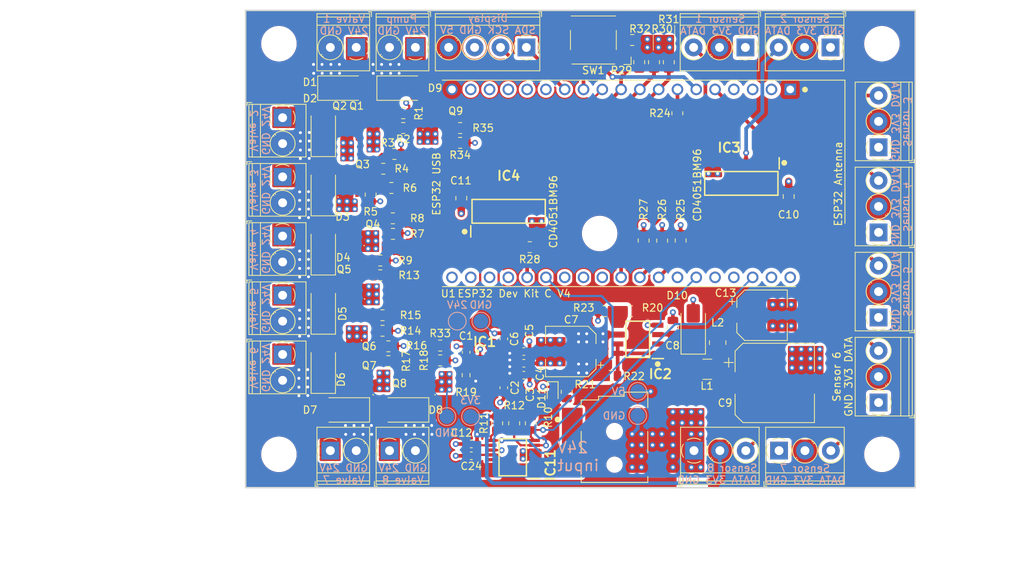
<source format=kicad_pcb>
(kicad_pcb (version 20240108) (generator "pcbnew") (generator_version "8.0")
  (layers (0 "F.Cu" signal) (1 "In1.Cu" signal) (2 "In2.Cu" signal) (31 "B.Cu" signal) (34 "B.Paste" user) (35 "F.Paste" user) (36 "B.SilkS" user "B.Silkscreen") (37 "F.SilkS" user "F.Silkscreen") (38 "B.Mask" user) (39 "F.Mask" user) (44 "Edge.Cuts" user))
  (net 0 "")
  (net 1 "3V3")
  (net 2 "5V")
  (net 3 "GND")
  (net 4 "Y4.2")
  (net 5 "Y6.2")
  (net 8 "IO19")
  (net 9 "IO5")
  (net 10 "IO18")
  (net 11 "IO21")
  (net 12 "IO0")
  (net 19 "Y7.2")
  (net 20 "Y5.2")
  (net 21 "IO22")
  (net 22 "Y3.2")
  (net 23 "Y0.2")
  (net 24 "Y1.2")
  (net 25 "Y2.2")
  (net 26 "Y4")
  (net 27 "Y6")
  (net 28 "Y7")
  (net 31 "Y5")
  (net 32 "24V")
  (net 33 "IO2")
  (net 34 "IO33")
  (net 35 "IO25")
  (net 36 "IO26")
  (net 37 "Y3")
  (net 38 "Y0")
  (net 39 "Y1")
  (net 40 "Y2")
  (net 41 "IO12")
  (net 42 "IO14")
  (net 43 "IO27")
  (net 44 "IO32")
  (net 46 "IO35")
  (net 48 "IO34")
  (net 50 "/Power Supply/TC")
  (net 51 "/Power Supply/SWE")
  (net 52 "/Power Supply/LED")
  (net 55 "/Power Supply/SWC")
  (net 56 "/Power Supply/CII")
  (net 57 "Net-(R32-Pad1)")
  (net 62 "24V_sensed")
  (net 63 "IO15")
  (net 64 "24V_raw")
  (net 65 "/Power Supply/dV{slash}dT")
  (net 66 "/Power Supply/I Lim")
  (net 67 "/High Power Externals/Q1_drain")
  (net 68 "/High Power Externals/Q2_drain")
  (net 69 "/High Power Externals/Q3_drain")
  (net 70 "/High Power Externals/Q4_drain")
  (net 71 "/High Power Externals/Q5_drain")
  (net 72 "/High Power Externals/Q6_drain")
  (net 73 "/High Power Externals/Q7_drain")
  (net 74 "/High Power Externals/Q8_drain")
  (net 75 "/High Power Externals/Q9_drain")
  (net 76 "/High Power Externals/Q1_gate")
  (net 77 "/High Power Externals/Q2_gate")
  (net 78 "/High Power Externals/Q3_gate")
  (net 79 "/High Power Externals/Q4_gate")
  (net 80 "/High Power Externals/Q5_gate")
  (net 81 "/High Power Externals/Q6_gate")
  (net 82 "/High Power Externals/Q7_gate")
  (net 83 "/High Power Externals/Q8_gate")
  (net 84 "/High Power Externals/Q9_gate")
  (net 85 "/Power Supply/Filter")
  (footprint "Resistor_SMD:R_0805_2012Metric" (layer "F.Cu") (at 79.3 77.4 180)
    (property "Reference" "R1")
    (property "Value" "3.6k")
  )
  (footprint "Resistor_SMD:R_0805_2012Metric" (layer "F.Cu") (at 76.5 104.7)
    (property "Reference" "R15")
    (property "Value" "330")
  )
  (footprint "Diode_SMD:D_SMA" (layer "F.Cu") (at 79.25 117.5 180)
    (property "Reference" "D8")
    (property "Value" "1N5819")
  )
  (footprint "TerminalBlock_Phoenix:TerminalBlock_Phoenix_PT-1,5-3-3.5-H_1x03_P3.50mm_Horizontal" (layer "F.Cu") (at 143.55 105 90)
    (property "Reference" "J15" (hide yes))
    (property "Value" "Screw_Terminal_01x03")
  )
  (footprint "TerminalBlock_Phoenix:TerminalBlock_Phoenix_PT-1,5-3-3.5-H_1x03_P3.50mm_Horizontal" (layer "F.Cu") (at 125.55 68.5 180)
    (property "Reference" "J11" (hide yes))
    (property "Value" "Screw_Terminal_01x03")
  )
  (footprint "TerminalBlock_Phoenix:TerminalBlock_Phoenix_PT-1,5-3-3.5-H_1x03_P3.50mm_Horizontal" (layer "F.Cu") (at 143.55 116.5 90)
    (property "Reference" "J16" (hide yes))
    (property "Value" "Screw_Terminal_01x03")
  )
  (footprint "SamacSys_Parts:SOP65P640X120-16N" (layer "F.Cu") (at 94.1 123.9 180)
    (property "Reference" "IC11")
    (property "Value" "INA260AIPWR" (hide yes))
  )
  (footprint "Resistor_SMD:R_0805_2012Metric" (layer "F.Cu") (at 107.35 112.9)
    (property "Reference" "R22")
    (property "Value" "0.33")
  )
  (footprint "Resistor_SMD:R_0805_2012Metric" (layer "F.Cu") (at 76.5 106.8 180)
    (property "Reference" "R14")
    (property "Value" "3.6k")
  )
  (footprint "Resistor_SMD:R_0805_2012Metric" (layer "F.Cu") (at 111.8 94.6 -90)
    (property "Reference" "R27")
    (property "Value" "1M")
  )
  (footprint "SamacSys_Parts:SOIC127P600X175-16N" (layer "F.Cu") (at 93.55 90.65 90)
    (property "Reference" "IC4")
    (property "Value" "CD4051BM96" (hide yes))
  )
  (footprint "TerminalBlock_Phoenix:TerminalBlock_Phoenix_PT-1,5-4-3.5-H_1x04_P3.50mm_Horizontal" (layer "F.Cu") (at 95.95 68.5 180)
    (property "Reference" "J19" (hide yes))
    (property "Value" "Screw_Terminal_01x04")
  )
  (footprint "Resistor_SMD:R_0805_2012Metric" (layer "F.Cu") (at 74.9 88.4 90)
    (property "Reference" "R5")
    (property "Value" "3.6k")
  )
  (footprint "MountingHole:MountingHole_4.3mm_M4" (layer "F.Cu") (at 144 123.5)
    (property "Reference" "H5" (hide yes))
    (property "Value" "MountingHole")
  )
  (footprint "Inductor_SMD:L_1210_3225Metric" (layer "F.Cu") (at 120.4 112 180)
    (property "Reference" "L1")
    (property "Value" "220uH")
  )
  (footprint "MountingHole:MountingHole_4.3mm_M4" (layer "F.Cu") (at 62.5 123.5)
    (property "Reference" "H1" (hide yes))
    (property "Value" "MountingHole")
  )
  (footprint "SamacSys_Parts:TPN2R805PLL1Q" (layer "F.Cu") (at 75.6 77.825)
    (property "Reference" "Q1")
    (property "Value" "TPN2R805PL,L1Q" (hide yes))
  )
  (footprint "Resistor_SMD:R_0805_2012Metric" (layer "F.Cu") (at 115.2 70.5 -90)
    (property "Reference" "R31")
    (property "Value" "1M")
  )
  (footprint "TerminalBlock_Phoenix:TerminalBlock_Phoenix_PT-1,5-2-3.5-H_1x02_P3.50mm_Horizontal" (layer "F.Cu") (at 69.45 123)
    (property "Reference" "J7" (hide yes))
    (property "Value" "Screw_Terminal_01x02")
  )
  (footprint "Resistor_SMD:R_0805_2012Metric" (layer "F.Cu") (at 77.3 108.9 180)
    (property "Reference" "R16")
    (property "Value" "3.6k")
  )
  (footprint "TerminalBlock_Phoenix:TerminalBlock_Phoenix_PT-1,5-3-3.5-H_1x03_P3.50mm_Horizontal" (layer "F.Cu") (at 143.55 82 90)
    (property "Reference" "J13" (hide yes))
    (property "Value" "Screw_Terminal_01x03")
  )
  (footprint "Capacitor_SMD:CP_Elec_6.3x7.7" (layer "F.Cu") (at 127.8 104.7)
    (property "Reference" "C13")
    (property "Value" "100uF")
  )
  (footprint "SamacSys_Parts:TPN2R805PLL1Q" (layer "F.Cu") (at 73.445 113.9 90)
    (property "Reference" "Q7")
    (property "Value" "TPN2R805PL,L1Q" (hide yes))
  )
  (footprint "Resistor_SMD:R_0805_2012Metric" (layer "F.Cu") (at 94.3 119.3 90)
    (property "Reference" "R12")
    (property "Value" "10k")
  )
  (footprint "Capacitor_SMD:C_0805_2012Metric" (layer "F.Cu") (at 87.15 88.875 -90)
    (property "Reference" "C11")
    (property "Value" "100nF")
  )
  (footprint "Capacitor_SMD:CP_Elec_10x10.5" (layer "F.Cu") (at 129.5175 113.85)
    (property "Reference" "C9")
    (property "Value" "470uF")
  )
  (footprint "TerminalBlock_Phoenix:TerminalBlock_Phoenix_PT-1,5-2-3.5-H_1x02_P3.50mm_Horizontal" (layer "F.Cu") (at 63 86 -90)
    (property "Reference" "J3" (hide yes))
    (property "Value" "Screw_Terminal_01x02")
  )
  (footprint "Diode_SMD:D_SMA" (layer "F.Cu") (at 118.5 106.45 90)
    (property "Reference" "D10")
    (property "Value" "1N5819")
  )
  (footprint "SamacSys_Parts:SON50P300X300X80-11N" (layer "F.Cu") (at 91.2 111.2)
    (property "Reference" "IC1")
    (property "Value" "NIS4461MT3TXG" (hide yes))
  )
  (footprint "Diode_SMD:D_SMA" (layer "F.Cu") (at 68.5 87.75 90)
    (property "Reference" "D3")
    (property "Value" "1N5819")
  )
  (footprint "Resistor_SMD:R_0805_2012Metric" (layer "F.Cu") (at 106.55 104.15)
    (property "Reference" "R23")
    (property "Value" "1.2k")
  )
  (footprint "TerminalBlock_Phoenix:TerminalBlock_Phoenix_PT-1,5-3-3.5-H_1x03_P3.50mm_Horizontal" (layer "F.Cu") (at 137.05 68.5 180)
    (property "Reference" "J12" (hide yes))
    (property "Value" "Screw_Terminal_01x03")
  )
  (footprint "TerminalBlock_Phoenix:TerminalBlock_Phoenix_PT-1,5-3-3.5-H_1x03_P3.50mm_Horizontal" (layer "F.Cu") (at 130.1 123)
    (property "Reference" "J17" (hide yes))
    (property "Value" "Screw_Terminal_01x03")
  )
  (footprint "Capacitor_SMD:C_0805_2012Metric" (layer "F.Cu") (at 131.4 88.65 90)
    (property "Reference" "C10")
    (property "Value" "100nF")
  )
  (footprint "SamacSys_Parts:TPN2R805PLL1Q" (layer "F.Cu") (at 81.8 113.9 90)
    (property "Reference" "Q8")
    (property "Value" "TPN2R805PL,L1Q" (hide yes))
  )
  (footprint "Resistor_SMD:R_0805_2012Metric" (layer "F.Cu") (at 84.3 110.8 180)
    (property "Reference" "R18")
    (property "Value" "3.6k")
  )
  (footprint "Diode_SMD:D_SMA" (layer "F.Cu") (at 79.25 74)
    (property "Reference" "D9")
    (property "Value" "1N5819")
  )
  (footprint "TerminalBlock_Phoenix:TerminalBlock_Phoenix_PT-1,5-2-3.5-H_1x02_P3.50mm_Horizontal" (layer "F.Cu") (at 77.45 123)
    (property "Reference" "J8" (hide yes))
    (property "Value" "Screw_Terminal_01x02")
  )
  (footprint "SamacSys_Parts:TPN2R805PLL1Q" (layer "F.Cu") (at 72.225 93.75 90)
    (property "Reference" "Q4")
    (property "Value" "TPN2R805PL,L1Q" (hide yes))
  )
  (footprint "PersonalLibrary:MODULE_ESP32-DEVKITC-32D" (layer "F.Cu") (at 111.85 86.8775 -90)
    (property "Reference" "U1")
    (property "Value" "ESP32-DEVKITC-32D")
  )
  (footprint "Resistor_SMD:R_0805_2012Metric" (layer "F.Cu") (at 77.9125 93.7 180)
    (property "Reference" "R7")
    (property "Value" "3.6k")
  )
  (footprint "Capacitor_SMD:C_0603_1608Metric" (layer "F.Cu") (at 95.6 111.2)
    (property "Reference" "C4")
    (property "Value" "100nF")
  )
  (footprint "SamacSys_Parts:TPN2R805PLL1Q" (layer "F.Cu") (at 72.1 109.9 180)
    (property "Reference" "Q6")
    (property "Value" "TPN2R805PL,L1Q" (hide yes))
  )
  (footprint "Capacitor_SMD:C_0603_1608Metric" (layer "F.Cu") (at 95.6 112.8)
    (property "Reference" "C3")
    (property "Value" "100nF")
  )
  (footprint "PersonalLibrary:SW_SPST_Omron_B3FS-100xP_3D" (layer "F.Cu") (at 105 67.5 180)
    (property "Reference" "SW1")
    (property "Value" "SW_MEC_5E")
  )
  (footprint "SamacSys_Parts:TPN2R805PLL1Q" (layer "F.Cu") (at 72.05 78.995)
    (property "Reference" "Q2")
    (property "Value" "TPN2R805PL,L1Q" (hide yes))
  )
  (footprint "Resistor_SMD:R_0805_2012Metric" (layer "F.Cu") (at 79.3 79.4)
    (property "Reference" "R2")
    (property "Value" "330")
  )
  (footprint "SamacSys_Parts:TPN2R805PLL1Q" (layer "F.Cu") (at 83.5 77.825)
    (property "Reference" "Q9")
    (property "Value" "TPN2R805PL,L1Q" (hide yes))
  )
  (footprint "Capacitor_SMD:C_0805_2012Metric" (layer "F.Cu") (at 115.75 106.35 90)
    (property "Reference" "C8")
    (property "Value" "470pF")
  )
  (footprint "SamacSys_Parts:TPN2R805PLL1Q" (layer "F.Cu") (at 72.28 100.95 90)
    (property "Reference" "Q5")
    (property "Value" "TPN2R805PL,L1Q" (hide yes))
  )
  (footprint "Capacitor_SMD:C_0603_1608Metric" (layer "F.Cu") (at 95.6 109.6)
    (property "Reference" "C5")
    (property "Value" "100nF")
  )
  (footprint "Capacitor_SMD:C_0603_1608Metric" (layer "F.Cu") (at 88.5 122.1 180)
    (property "Reference" "C12")
    (property "Value" "100nF")
  )
  (footprint "Resistor_SMD:R_0805_2012Metric" (layer "F.Cu") (at 84.3 108.8)
    (property "Reference" "R33")
    (property "Value" "330")
  )
  (footprint "SamacSys_Parts:SOIC127P600X175-16N" (layer "F.Cu") (at 125 86.8775 -90)
    (property "Reference" "IC3")
    (property "Value" "CD4051BM96" (hide yes))
  )
  (footprint "Diode_SMD:D_SMA" (layer "F.Cu") (at 71.25 117.5 180)
    (property "Reference" "D7")
    (property "Value" "1N5819")
  )
  (footprint "TerminalBlock_Phoenix:TerminalBlock_Phoenix_PT-1,5-2-3.5-H_1x02_P3.50mm_Horizontal" (layer "F.Cu") (at 63 110 -90)
    (property "Reference" "J6" (hide yes))
    (property "Value" "Screw_Terminal_01x02")
  )
  (footprint "PersonalLibrary:CUI_PJ-002BH-SMT-TR" (layer "F.Cu") (at 102.1575 118.8 90)
    (property "Reference" "J10" (hide yes))
    (property "Value" "KH-DC-050-2.0STM")
  )
  (footprint "TerminalBlock_Phoenix:TerminalBlock_Phoenix_PT-1,5-2-3.5-H_1x02_P3.50mm_Horizontal" (layer "F.Cu") (at 63 78 -90)
    (property "Reference" "J2" (hide yes))
    (property "Value" "Screw_Terminal_01x02")
  )
  (footprint "Resistor_SMD:R_0805_2012Metric" (layer "F.Cu") (at 78.1 82.9 180)
    (property "Reference" "R3")
    (property "Value" "3.6k")
  )
  (footprint "SamacSys_Parts:SOIC127P600X175-8N" (layer "F.Cu") (at 111 107.95 180)
    (property "Reference" "IC2")
    (property "Value" "MC34063ADR2G" (hide yes))
  )
  (footprint "Resistor_SMD:R_0805_2012Metric" (layer "F.Cu") (at 96.55 119.3 90)
    (property "Reference" "R10")
    (property "Value" "10k")
  )
  (footprint "Capacitor_SMD:C_0603_1608Metric" (layer "F.Cu") (at 88.5 123.7 180)
    (property "Reference" "C24")
    (property "Value" "100nF")
  )
  (footprint "Resistor_SMD:R_0805_2012Metric" (layer "F.Cu") (at 96.4 95.5 180)
    (property "Reference" "R28")
    (property "Value" "1M")
  )
  (footprint "MountingHole:MountingHole_4.3mm_M4" (layer "F.Cu") (at 105.85 93.65)
    (property "Reference" "H4" (hide yes))
    (property "Value" "MountingHole")
  )
  (footprint "Resistor_SMD:R_0805_2012Metric" (layer "F.Cu") (at 76.6 84.9)
    (property "Reference" "R4")
    (property "Value" "330")
  )
  (footprint "Inductor_SMD:L_1008_2520Metric" (layer "F.Cu") (at 121.8 108.4 -90)
    (property "Reference" "L2")
    (property "Value" "1uH")
  )
  (footprint "LED_SMD:LED_0603_1608Metric" (layer "F.Cu") (at 99.5 115.175 -90)
    (property "Reference" "D11")
    (property "Value" "LED Blue")
  )
  (footprint "Resistor_SMD:R_0805_2012Metric" (layer "F.Cu") (at 110.25 67.5)
    (property "Reference" "R32")
    (property "Value" "1M")
  )
  (footprint "Resistor_SMD:R_0805_2012Metric" (layer "F.Cu") (at 116.35 77.4 90)
    (property "Reference" "R24")
    (property "Value" "1M")
  )
  (footprint "Resistor_SMD:R_0805_2012Metric" (layer "F.Cu") (at 77.7 87.5)
    (property "Reference" "R6")
    (property "Value" "330")
  )
  (footprint "TerminalBlock_Phoenix:TerminalBlock_Phoenix_PT-1,5-3-3.5-H_1x03_P3.50mm_Horizontal" (layer "F.Cu") (at 118.6 123)
    (property "Reference" "J18" (hide yes))
    (property "Value" "Screw_Terminal_01x03")
  )
  (footprint "Resistor_SMD:R_0805_2012Metric" (layer "F.Cu") (at 114.3 94.6125 -90)
    (property "Reference" "R26")
    (property "Value" "1M")
  )
  (footprint "TerminalBlock_Phoenix:TerminalBlock_Phoenix_PT-1,5-3-3.5-H_1x03_P3.50mm_Horizontal" (layer "F.Cu") (at 143.55 93.5 90)
    (property "Reference" "J14" (hide yes))
    (property "Value" "Screw_Terminal_01x03")
  )
  (footprint "Resistor_SMD:R_0805_2012Metric" (layer "F.Cu") (at 110.05 104.15)
    (property "Reference" "R20")
    (property "Value" "3.6k")
  )
  (footprint "Resistor_SMD:R_0805_2012Metric" (layer "F.Cu") (at 113.2 70.5 -90)
    (property "Reference" "R30")
    (property "Value" "1M")
  )
  (footprint "Resistor_SMD:R_0805_2012Metric" (layer "F.Cu") (at 92 119.3 90)
    (property "Reference" "R11")
    (property "Value" "10k")
  )
  (footprint "TerminalBlock_Phoenix:TerminalBlock_Phoenix_PT-1,5-2-3.5-H_1x02_P3.50mm_Horizontal" (layer "F.Cu") (at 63 94 -90)
    (property "Reference" "J4" (hide yes))
    (property "Value" "Screw_Terminal_01x02")
  )
  (footprint "Resistor_SMD:R_0805_2012Metric" (layer "F.Cu") (at 87 79.4)
    (property "Reference" "R35")
    (property "Value" "330")
  )
  (footprint "Resistor_SMD:R_0603_1608Metric" (layer "F.Cu") (at 87.8 112.8 90)
    (property "Reference" "R19")
    (property "Value" "20")
  )
  (footprint "Resistor_SMD:R_0805_2012Metric" (layer "F.Cu") (at 77.9 91.6)
    (property "Reference" "R8")
    (property "Value" "330")
  )
  (footprint "Resistor_SMD:R_0805_2012Metric" (layer "F.Cu") (at 77.3 110.9)
    (property "Reference" "R17")
    (property "Value" "330")
  )
  (footprint "SamacSys_Parts:TPN2R805PLL1Q" (layer "F.Cu") (at 72.05 86.925)
    (property "Reference" "Q3")
    (property "Value" "TPN2R805PL,L1Q" (hide yes))
  )
  (footprint "Capacitor_SMD:C_0603_1608Metric" (layer "F.Cu") (at 87.8 109.7 90)
    (property "Reference" "C1")
    (property "Value" "470pF")
  )
  (footprint "Resistor_SMD:R_0805_2012Metric" (layer "F.Cu") (at 111.2 70.5 -90)
    (property "Reference" "R29")
    (property "Value" "1M")
  )
  (footprint "Diode_SMD:D_SMA" (layer "F.Cu") (at 68.5 103.75 90)
    (property "Reference" "D5")
    (property "Value" "1N5819")
  )
  (footprint "TerminalBlock_Phoenix:TerminalBlock_Phoenix_PT-1,5-2-3.5-H_1x02_P3.50mm_Horizontal" (layer "F.Cu") (at 72.95 68.5 180)
    (property "Reference" "J1" (hide yes))
    (property "Value" "Screw_Terminal_01x02")
  )
  (footprint "MountingHole:MountingHole_4.3mm_M4" (layer "F.Cu") (at 144 68)
    (property "Reference" "H2" (hide yes))
    (property "Value" "MountingHole")
  )
  (footprint "Resistor_SMD:R_0805_2012Metric" (layer "F.Cu") (at 101.4 115.05 90)
    (property "Reference" "R21")
    (property "Value" "1.2k")
  )
  (footprint "Capacitor_SMD:CP_Elec_6.3x7.7" (layer "F.Cu") (at 101.95 109.6 180)
    (property "Reference" "C7")
    (property "Value" "100uF")
  )
  (footprint "MountingHole:MountingHole_4.3mm_M4" (layer "F.Cu") (at 62.5 68)
    (property "Reference" "H3" (hide yes))
    (property "Value" "MountingHole")
  )
  (footprint "Resistor_SMD:R_0805_2012Metric" (layer "F.Cu") (at 76.2 97.3 180)
    (property "Reference" "R9")
    (property "Value" "3.6k")
  )
  (footprint "Resistor_SMD:R_0805_2012Metric" (layer "F.Cu") (at 87 81.4 180)
    (property "Reference" "R34")
    (property "Value" "3.6k")
  )
  (footprint "Capacitor_SMD:C_0603_1608Metric" (layer "F.Cu") (at 92.9 107.9 90)
    (property "Reference" "C6")
    (property "Value" "100nF")
  )
  (footprint "Resistor_SMD:R_0805_2012Metric" (layer "F.Cu") (at 116.8 94.6 -90)
    (property "Reference" "R25")
    (property "Value" "1M")
  )
  (footprint "TerminalBlock_Phoenix:TerminalBlock_Phoenix_PT-1,5-2-3.5-H_1x02_P3.50mm_Horizontal" (layer "F.Cu") (at 80.95 68.5 180)
    (property "Reference" "J9" (hide yes))
    (property "Value" "Screw_Terminal_01x02")
  )
  (footprint "Diode_SMD:D_SMA" (layer "F.Cu") (at 71.25 74)
    (property "Reference" "D1")
    (property "Value" "1N5819")
  )
  (footprint "TerminalBlock_Phoenix:TerminalBlock_Phoenix_PT-1,5-2-3.5-H_1x02_P3.50mm_Horizontal" (layer "F.Cu") (at 63 102 -90)
    (property "Reference" "J5" (hide yes))
    (property "Value" "Screw_Terminal_01x02")
  )
  (footprint "Diode_SMD:D_SMA" (layer "F.Cu") (at 68.5 79.75 90)
    (property "Reference" "D2")
    (property "Value" "1N5819")
  )
  (footprint "Resistor_SMD:R_0805_2012Metric" (layer "F.Cu") (at 76.2 99.3)
    (property "Reference" "R13")
    (property "Value" "330")
  )
  (footprint "Diode_SMD:D_SMA" (layer "F.Cu") (at 68.5 111.75 90)
    (property "Reference" "D6")
    (property "Value" "1N5819")
  )
  (footprint "Capacitor_SMD:C_0603_1608Metric" (layer "F.Cu") (at 92.9 114.5 -90)
    (property "Reference" "C2")
    (property "Value" "100nF")
  )
  (footprint "Diode_SMD:D_SMA" (layer "F.Cu") (at 68.5 95.75 90)
    (property "Reference" "D4")
    (property "Value" "1N5819")
  )
  (footprint "TestPoint:TestPoint_Pad_D2.0mm" (layer "B.Cu") (at 88.4 118.4 180)
    (property "Reference" "TP4" (hide yes))
    (property "Value" "TestPoint")
  )
  (footprint "TestPoint:TestPoint_Pad_D2.0mm" (layer "B.Cu") (at 111 115 180)
    (property "Reference" "TP1" (hide yes))
    (property "Value" "TestPoint")
  )
  (footprint "TestPoint:TestPoint_Pad_D2.0mm" (layer "B.Cu") (at 86.6 105.5)
    (property "Reference" "TP3" (hide yes))
    (property "Value" "TestPoint")
  )
  (footprint "TestPoint:TestPoint_Pad_D2.0mm" (layer "B.Cu") (at 85.2 118.4 180)
    (property "Reference" "TP5" (hide yes))
    (property "Value" "TestPoint")
  )
  (footprint "TestPoint:TestPoint_Pad_D2.0mm" (layer "B.Cu") (at 89.8 105.5)
    (property "Reference" "TP6" (hide yes))
    (property "Value" "TestPoint")
  )
  (footprint "TestPoint:TestPoint_Pad_D2.0mm" (layer "B.Cu") (at 111 118.25 180)
    (property "Reference" "TP2" (hide yes))
    (property "Value" "TestPoint")
  )
  (gr_circle (center 130.8 84.1) (end 131.116228 84.1) (stroke (width 0.15)) (fill solid) (layer "F.SilkS"))
  (gr_circle (center 113.7 111.3) (end 114.016228 111.3) (stroke (width 0.15)) (fill solid) (layer "F.SilkS"))
  (gr_line (start 113.1 66.7) (end 113.1 68.9) (stroke (width 0.1)) (layer "F.SilkS"))
  (gr_circle (center 133.6 74.2) (end 133.916228 74.2) (stroke (width 0.15)) (fill solid) (layer "F.SilkS"))
  (gr_circle (center 87.6 93.4) (end 87.916228 93.4) (stroke (width 0.15)) (fill solid) (layer "F.SilkS"))
  (gr_line (start 116 65.5) (end 116 68.7) (stroke (width 0.1)) (layer "F.SilkS"))
  (gr_rect (start 58 63.5) (end 148.5 128) (stroke (width 0.2)) (fill none) (layer "Edge.Cuts"))
  (gr_text "Sensor 3\nGND 3V3 DATA" (at 146.6 78.55 270) (layer "B.SilkS") (effects (font (size 1 1)) (justify mirror)))
  (gr_text "GND 24V\nValve 7" (at 71.25 126.15 0) (layer "B.SilkS") (effects (font (size 1 1)) (justify mirror)))
  (gr_text "24V" (at 86.6 103.3 0) (layer "B.SilkS") (effects (font (size 1 1)) (justify mirror)))
  (gr_text "GND" (at 89.8 103.3 0) (layer "B.SilkS") (effects (font (size 1 1)) (justify mirror)))
  (gr_text "GND 24V\nValve 3" (at 59.9 87.8 270) (layer "B.SilkS") (effects (font (size 1 1)) (justify mirror)))
  (gr_text "Display\nSDA SCK GND 5V" (at 90.75 65.35 0) (layer "B.SilkS") (effects (font (size 1 1)) (justify mirror)))
  (gr_text "Sensor 1\nGND 3V3 DATA" (at 122.15 65.45 0) (layer "B.SilkS") (effects (font (size 1 1)) (justify mirror)))
  (gr_text "Pump\n24V GND" (at 79.1 65.45 0) (layer "B.SilkS") (effects (font (size 1 1)) (justify mirror)))
  (gr_text "Sensor 5\nGND 3V3 DATA" (at 146.6 101.5 270) (layer "B.SilkS") (effects (font (size 1 1)) (justify mirror)))
  (gr_text "Sensor 7\nDATA 3V3 GND" (at 133.6 126.2 0) (layer "B.SilkS") (effects (font (size 1 1)) (justify mirror)))
  (gr_text "Sensor 4\nGND 3V3 DATA" (at 146.6 90.05 270) (layer "B.SilkS") (effects (font (size 1 1)) (justify mirror)))
  (gr_text "Sensor 8\nDATA 3V3 GND" (at 127.25 126.15 0) (layer "B.SilkS") (effects (font (size 1 1)) (justify left mirror)))
  (gr_text "Sensor 2\nGND 3V3 DATA" (at 133.6 65.45 0) (layer "B.SilkS") (effects (font (size 1 1)) (justify mirror)))
  (gr_text "5V" (at 108.4 115 0) (layer "B.SilkS") (effects (font (size 1 1)) (justify mirror)))
  (gr_text "GND" (at 85.1 120.6 0) (layer "B.SilkS") (effects (font (size 1 1)) (justify mirror)))
  (gr_text "GND 24V\nValve 5" (at 59.9 103.8 270) (layer "B.SilkS") (effects (font (size 1 1)) (justify mirror)))
  (gr_text "GND 24V\nValve 2" (at 59.9 79.75 270) (layer "B.SilkS") (effects (font (size 1 1)) (justify mirror)))
  (gr_text "3V3" (at 88.4 116.2 0) (layer "B.SilkS") (effects (font (size 1 1)) (justify mirror)))
  (gr_text "24V\ninput" (at 100 123.8 0) (layer "B.SilkS") (effects (font (size 1.5 1.5) (thickness 0.2)) (justify right mirror)))
  (gr_text "Valve 1\n24V GND" (at 71.3 65.45 0) (layer "B.SilkS") (effects (font (size 1 1)) (justify mirror)))
  (gr_text "GND 24V\nValve 4" (at 59.9 95.8 270) (layer "B.SilkS") (effects (font (size 1 1)) (justify mirror)))
  (gr_text "GND" (at 107.8 118.3 0) (layer "B.SilkS") (effects (font (size 1 1)) (justify mirror)))
  (gr_text "GND 24V\nValve 6" (at 59.9 111.8 270) (layer "B.SilkS") (effects (font (size 1 1)) (justify mirror)))
  (gr_text "GND 24V\nValve 8" (at 79.25 126.15 0) (layer "B.SilkS") (effects (font (size 1 1)) (justify mirror)))
  (gr_text "ESP32 Antenna" (at 138.1 86.95 90) (layer "F.SilkS") (effects (font (size 1 1))))
  (gr_text "CD4051BM96" (at 99.6 90.7 90) (layer "F.SilkS") (effects (font (size 1 1))))
  (gr_text "Sensor 6\nGND 3V3 DATA" (at 138.7 113 90) (layer "F.SilkS") (effects (font (size 1 1))))
  (gr_text "CD4051BM96" (at 119.05 87.1 90) (layer "F.SilkS") (effects (font (size 1 1))))
  (gr_text "ESP32 Dev Kit C V4" (at 94.3 101.775 0) (layer "F.SilkS") (effects (font (size 1 1))))
  (gr_text "ESP32 USB" (at 83.8 86.95 90) (layer "F.SilkS") (effects (font (size 1 1))))
  (segment (start 109 65.25) (end 118.8 65.25) (width 0.5) (layer "F.Cu") (net 1))
  (segment (start 92 118.3875) (end 90.6125 118.3875) (width 0.5) (layer "F.Cu") (net 1))
  (segment (start 89.45 122.275) (end 89.275 122.1) (width 0.3) (layer "F.Cu") (net 1))
  (segment (start 89.275 120.825) (end 89.3 120.8) (width 0.5) (layer "F.Cu") (net 1))
  (segment (start 90.6125 118.3875) (end 90.6 118.4) (width 0.5) (layer "F.Cu") (net 1))
  (segment (start 118.8 65.25) (end 122.05 68.5) (width 0.5) (layer "F.Cu") (net 1))
  (segment (start 94.3 118.3875) (end 92 118.3875) (width 0.5) (layer "F.Cu") (net 1))
  (segment (start 96.55 118.3875) (end 94.3 118.3875) (width 0.5) (layer "F.Cu") (net 1))
  (segment (start 101 65.25) (end 109 65.25) (width 0.5) (layer "F.Cu") (net 1))
  (segment (start 91.162 122.275) (end 89.45 122.275) (width 0.3) (layer "F.Cu") (net 1))
  (segment (start 89.275 122.1) (end 89.275 120.825) (width 0.5) (layer "F.Cu") (net 1))
  (via (at 90.6 118.4) (size 0.8) (drill 0.4) (layers "F.Cu" "B.Cu") (net 1))
  (via (at 89.3 120.8) (size 0.8) (drill 0.4) (layers "F.Cu" "B.Cu") (net 1))
  (segment (start 91.4 127.4) (end 121.3 127.4) (width 0.5) (layer "B.Cu") (net 1))
  (segment (start 90.6 126.6) (end 91.4 127.4) (width 0.5) (layer "B.Cu") (net 1))
  (segment (start 122.1 126.6) (end 122.1 123) (width 0.5) (layer "B.Cu") (net 1))
  (segment (start 90.6 121) (end 90.6 126.6) (width 0.5) (layer "B.Cu") (net 1))
  (segment (start 121.3 127.4) (end 122.1 126.6) (width 0.5) (layer "B.Cu") (net 1))
  (segment (start 129.4475 89.6) (end 129.445 89.6025) (width 1) (layer "F.Cu") (net 2))
  (segment (start 107.48 98.34) (end 107.48 100.92) (width 0.5) (layer "F.Cu") (net 2))
  (segment (start 129 87) (end 111.25 87) (width 0.5) (layer "F.Cu") (net 2))
  (segment (start 104.94 98.33) (end 104.94 100.91) (width 0.5) (layer "F.Cu") (net 2))
  (segment (start 131.4 89.6) (end 129.4475 89.6) (width 1) (layer "F.Cu") (net 2))
  (segment (start 116.35 78.3125) (end 112.2125 78.3125) (width 0.5) (layer "F.Cu") (net 2))
  (segment (start 129.445 87.445) (end 129 87) (width 0.5) (layer "F.Cu") (net 2))
  (segment (start 97.32 98.33) (end 97.32 100.87) (width 0.5) (layer "F.Cu") (net 2))
  (segment (start 99.86 98.33) (end 99.86 100.91) (width 0.5) (layer "F.Cu") (net 2))
  (segment (start 110.02 98.34) (end 110.02 100.92) (width 0.5) (layer "F.Cu") (net 2))
  (segment (start 129.445 89.6025) (end 129.445 87.445) (width 0.5) (layer "F.Cu") (net 2))
  (segment (start 87.15 87.925) (end 89.105 87.925) (width 1) (layer "F.Cu") (net 2))
  (segment (start 102.4 98.33) (end 102.4 100.91) (width 0.5) (layer "F.Cu") (net 2))
  (via (at 112.75 115) (size 0.8) (drill 0.4) (layers "F.Cu" "B.Cu") (net 2))
  (segment (start 111 115) (end 112.75 115) (width 0.5) (layer "B.Cu") (net 2))
  (segment (start 78.2125 108.85) (end 79.35 108.85) (width 0.3) (layer "F.Cu") (net 3))
  (segment (start 79.0125 82.9) (end 79.0125 81.6125) (width 0.3) (layer "F.Cu") (net 3))
  (segment (start 114.3 93.7) (end 114.3 92.502082) (width 0.5) (layer "F.Cu") (net 3))
  (segment (start 116.8 93.6875) (end 116.8 92.5) (width 0.5) (layer "F.Cu") (net 3))
  (segment (start 92.9 115.275) (end 92.9 116) (width 0.5) (layer "F.Cu") (net 3))
  (segment (start 91.675 107.125) (end 91.65 107.15) (width 0.5) (layer "F.Cu") (net 3))
  (segment (start 87.725 123.7) (end 86.4 123.7) (width 0.5) (layer "F.Cu") (net 3))
  (segment (start 87.15 89.825) (end 87.15 90.95) (width 1) (layer "F.Cu") (net 3))
  (segment (start 92.9 116) (end 92.4 116.5) (width 0.5) (layer "F.Cu") (net 3))
  (segment (start 118.5125 104.4375) (end 118.5 104.45) (width 0.5) (layer "F.Cu") (net 3))
  (segment (start 86.525 108.925) (end 86.5 108.9) (width 0.3) (layer "F.Cu") (net 3))
  (segment (start 105.6375 105.4425) (end 105.63 105.45) (width 0.5) (layer "F.Cu") (net 3))
  (segment (start 96.375 111.2) (end 97.95 111.2) (width 0.5) (layer "F.Cu") (net 3))
  (segment (start 113.712 106.045) (end 112.355 106.045) (width 0.5) (layer "F.Cu") (net 3))
  (segment (start 96.375 112.8) (end 96.375 114.025) (width 0.5) (layer "F.Cu") (net 3))
  (segment (start 115.75 105.4) (end 115.75 104.3) (width 0.5) (layer "F.Cu") (net 3))
  (segment (start 77.1125 97.3) (end 78.3 97.3) (width 0.3) (layer "F.Cu") (net 3))
  (segment (start 114.3 92.502082) (end 114.301041 92.501041) (width 0.5) (layer "F.Cu") (net 3))
  (segment (start 87.8 108.925) (end 86.525 108.925) (width 0.3) (layer "F.Cu") (net 3))
  (segment (start 77.4625 106.8) (end 78.6 106.8) (width 0.3) (layer "F.Cu") (net 3))
  (segment (start 105.6375 104.15) (end 105.6375 105.4425) (width 0.5) (layer "F.Cu") (net 3))
  (segment (start 78.8125 93.6) (end 79.9 93.6) (width 0.3) (layer "F.Cu") (net 3))
  (segment (start 85.2 110.8) (end 86.35 110.8) (width 0.3) (layer "F.Cu") (net 3))
  (segment (start 118.5 104.45) (end 118.5 102.6) (width 0.5) (layer "F.Cu") (net 3))
  (segment (start 92.575 122.925) (end 92.6 122.95) (width 0.3) (layer "F.Cu") (net 3))
  (segment (start 98.2375 114.3875) (end 98.2 114.35) (width 0.3) (layer "F.Cu") (net 3))
  (segment (start 76.1875 89.3125) (end 76.2 89.3) (width 0.3) (layer "F.Cu") (net 3))
  (segment (start 96.375 114.025) (end 96.4 114.05) (width 0.5) (layer "F.Cu") (net 3))
  (segment (start 96.375 109.6) (end 96.375 108.225) (width 0.5) (layer "F.Cu") (net 3))
  (segment (start 99.5 114.3875) (end 98.2375 114.3875) (width 0.3) (layer "F.Cu") (net 3))
  (segment (start 89.7 110.2) (end 89.7 109.3) (width 0.3) (layer "F.Cu") (net 3))
  (segment (start 80.1125 76.4125) (end 79.7 76) (width 0.3) (layer "F.Cu") (net 3))
  (segment (start 87.725 122.1) (end 86.4 122.1) (width 0.5) (layer "F.Cu") (net 3))
  (segment (start 111.8 93.6875) (end 111.8 92.5) (width 0.5) (layer "F.Cu") (net 3))
  (segment (start 80.1125 77.35) (end 80.1125 76.4125) (width 0.3) (layer "F.Cu") (net 3))
  (segment (start 79.0125 81.6125) (end 79 81.6) (width 0.3) (layer "F.Cu") (net 3))
  (segment (start 91.162 122.925) (end 92.575 122.925) (width 0.3) (layer "F.Cu") (net 3))
  (segment (start 112.355 106.045) (end 112.35 106.05) (width 0.5) (layer "F.Cu") (net 3))
  (segment (start 87.9125 81.4) (end 89 81.4) (width 0.3) (layer "F.Cu") (net 3))
  (segment (start 74.9 89.3125) (end 76.1875 89.3125) (width 0.3) (layer "F.Cu") (net 3))
  (segment (start 96.375 108.225) (end 96.35 108.2) (width 0.5) (layer "F.Cu") (net 3))
  (segment (start 92.9 107.125) (end 91.675 107.125) (width 0.5) (layer "F.Cu") (net 3))
  (segment (start 131.4 87.7) (end 131.4 86.6) (width 1) (layer "F.Cu") (net 3))
  (via (at 79.7 76) (size 0.8) (drill 0.4) (layers "F.Cu" "B.Cu") (net 3))
  (via (at 74.55 95.7) (size 0.8) (drill 0.4) (layers "F.Cu" "B.Cu") (net 3))
  (via (at 98.2 114.35) (size 0.8) (drill 0.4) (layers "F.Cu" "B.Cu") (net 3))
  (via (at 85.55 112.65) (size 0.8) (drill 0.4) (layers "F.Cu" "B.Cu") (net 3))
  (via (at 96.7 92) (size 0.8) (drill 0.4) (layers "F.Cu" "B.Cu") (net 3))
  (via (at 121.8 85.55) (size 0.8) (drill 0.4) (layers "F.Cu" "B.Cu") (net 3))
  (via (at 131.85 111.8) (size 0.8) (drill 0.4) (layers "F.Cu" "B.Cu") (net 3))
  (via (at 134.35 111.8) (size 0.8) (drill 0.4) (layers "F.Cu" "B.Cu") (net 3))
  (via (at 75.8 80.2) (size 0.8) (drill 0.4) (layers "F.Cu" "B.Cu") (net 3))
  (via (at 100.45 111.2) (size 0.8) (drill 0.4) (layers "F.Cu" "B.Cu") (net 3))
  (via (at 76.1 113.55) (size 0.8) (drill 0.4) (layers "F.Cu" "B.Cu") (net 3))
  (via (at 74.75 81.25) (size 0.8) (drill 0.4) (layers "F.Cu" "B.Cu") (net 3))
  (via (at 114.25 122.25) (size 0.8) (drill 0.4) (layers "F.Cu" "B.Cu") (net 3))
  (via (at 84.5 112.65) (size 0.8) (drill 0.4) (layers "F.Cu" "B.Cu") (net 3))
  (via (at 135.6 110.55) (size 0.8) (drill 0.4) (layers "F.Cu" "B.Cu") (net 3))
  (via (at 116.8 92.5) (size 0.8) (drill 0.4) (layers "F.Cu" "B.Cu") (net 3))
  (via (at 112.3 68.5) (size 0.8) (drill 0.4) (layers "F.Cu" "B.Cu") (net 3))
  (via (at 86.5 108.9) (size 0.8) (drill 0.4) (layers "F.Cu" "B.Cu") (net 3))
  (via (at 83.65 81.25) (size 0.8) (drill 0.4) (layers "F.Cu" "B.Cu") (net 3))
  (via (at 86.35 110.8) (size 0.8) (drill 0.4) (layers "F.Cu" "B.Cu") (net 3))
  (via (at 72 106.5) (size 0.8) (drill 0.4) (layers "F.Cu" "B.Cu") (net 3))
  (via (at 95.5 123.05) (size 0.8) (drill 0.4) (layers "F.Cu" "B.Cu") (net 3))
  (via (at 111.5 120.75) (size 0.8) (drill 0.4) (layers "F.Cu" "B.Cu") (net 3))
  (via (at 71.2 82.45) (size 0.8) (drill 0.4) (layers "F.Cu" "B.Cu") (net 3))
  (via (at 95.5 124.1) (size 0.8) (drill 0.4) (layers "F.Cu" "B.Cu") (net 3))
  (via (at 82.6 81.25) (size 0.8) (drill 0.4) (layers "F.Cu" "B.Cu") (net 3))
  (via (at 79.9 93.6) (size 0.8) (drill 0.4) (layers "F.Cu" "B.Cu") (net 3))
  (via (at 110.25 122.25) (size 0.8) (drill 0.4) (layers "F.Cu" "B.Cu") (net 3))
  (via (at 72.75 89.3) (size 0.8) (drill 0.4) (layers "F.Cu" "B.Cu") (net 3))
  (via (at 112.3 67.4) (size 0.8) (drill 0.4) (layers "F.Cu" "B.Cu") (net 3))
  (via (at 85.55 114.75) (size 0.8) (drill 0.4) (layers "F.Cu" "B.Cu") (net 3))
  (via (at 75.6 95.7) (size 0.8) (drill 0.4) (layers "F.Cu" "B.Cu") (net 3))
  (via (at 71.7 90.35) (size 0.8) (drill 0.4) (layers "F.Cu" "B.Cu") (net 3))
  (via (at 92.4 116.5) (size 0.8) (drill 0.4) (layers "F.Cu" "B.Cu") (net 3))
  (via (at 72.25 83.5) (size 0.8) (drill 0.4) (layers "F.Cu" "B.Cu") (net 3))
  (via (at 74.75 82.3) (size 0.8) (drill 0.4) (layers "F.Cu" "B.Cu") (net 3))
  (via (at 84.5 113.7) (size 0.8) (drill 0.4) (layers "F.Cu" "B.Cu") (net 3))
  (via (at 114.25 120.75) (size 0.8) (drill 0.4) (layers "F.Cu" "B.Cu") (net 3))
  (via (at 79.35 108.85) (size 0.8) (drill 0.4) (layers "F.Cu" "B.Cu") (net 3))
  (via (at 134.35 109.3) (size 0.8) (drill 0.4) (layers "F.Cu" "B.Cu") (net 3))
  (via (at 99.2 108.05) (size 0.8) (drill 0.4) (layers "F.Cu" "B.Cu") (net 3))
  (via (at 111.5 125.25) (size 0.8) (drill 0.4) (layers "F.Cu" "B.Cu") (net 3))
  (via (at 92.6 122.95) (size 0.8) (drill 0.4) (layers "F.Cu" "B.Cu") (net 3))
  (via (at 135.6 111.8) (size 0.8) (drill 0.4) (layers "F.Cu" "B.Cu") (net 3))
  (via (at 111.5 122.25) (size 0.8) (drill 0.4) (layers "F.Cu" "B.Cu") (net 3))
  (via (at 77.15 112.5) (size 0.8) (drill 0.4) (layers "F.Cu" "B.Cu") (net 3))
  (via (at 129.25 103.25) (size 0.8) (drill 0.4) (layers "F.Cu" "B.Cu") (net 3))
  (via (at 115.75 119.25) (size 0.8) (drill 0.4) (layers "F.Cu" "B.Cu") (net 3))
  (via (at 130.5 106.15) (size 0.8) (drill 0.4) (layers "F.Cu" "B.Cu") (net 3))
  (via (at 73.05 106.5) (size 0.8) (drill 0.4) (layers "F.Cu" "B.Cu") (net 3))
  (via (at 133.1 110.55) (size 0.8) (drill 0.4) (layers "F.Cu" "B.Cu") (net 3))
  (via (at 70.65 90.35) (size 0.8) (drill 0.4) (layers "F.Cu" "B.Cu") (net 3))
  (via (at 112.35 106.05) (size 0.8) (drill 0.4) (layers "F.Cu" "B.Cu") (net 3))
  (via (at 74.75 80.2) (size 0.8) (drill 0.4) (layers "F.Cu" "B.Cu") (net 3))
  (via (at 71.2 83.5) (size 0.8) (drill 0.4) (layers "F.Cu" "B.Cu") (net 3))
  (via (at 74.55 93.6) (size 0.8) (drill 0.4) (layers "F.Cu" "B.Cu") (net 3))
  (via (at 110.25 123.75) (size 0.8) (drill 0.4) (layers "F.Cu" "B.Cu") (net 3))
  (via (at 76.1 114.6) (size 0.8) (drill 0.4) (layers "F.Cu" "B.Cu") (net 3))
  (via (at 96.4 114.05) (size 0.8) (drill 0.4) (layers "F.Cu" "B.Cu") (net 3))
  (via (at 98 92) (size 0.8) (drill 0.4) (layers "F.Cu" "B.Cu") (net 3))
  (via (at 105.63 105.45) (size 0.8) (drill 0.4) (layers "F.Cu" "B.Cu") (net 3))
  (via (at 131.75 106.15) (size 0.8) (drill 0.4) (layers "F.Cu" "B.Cu") (net 3))
  (via (at 100.45 108.05) (size 0.8) (drill 0.4) (layers "F.Cu" "B.Cu") (net 3))
  (via (at 74.65 101.85) (size 0.8) (drill 0.4) (layers "F.Cu" "B.Cu") (net 3))
  (via (at 72.25 82.45) (size 0.8) (drill 0.4) (layers "F.Cu" "B.Cu") (net 3))
  (via (at 86.4 123.7) (size 0.8) (drill 0.4) (layers "F.Cu" "B.Cu") (net 3))
  (via (at 75.8 81.25) (size 0.8) (drill 0.4) (layers "F.Cu" "B.Cu") (net 3))
  (via (at 76.2 89.3) (size 0.8) (drill 0.4) (layers "F.Cu" "B.Cu") (net 3))
  (via (at 113 120.75) (size 0.8) (drill 0.4) (layers "F.Cu" "B.Cu") (net 3))
  (via (at 73.05 107.55) (size 0.8) (drill 0.4) (layers "F.Cu" "B.Cu") (net 3))
  (via (at 131.4 86.6) (size 0.8) (drill 0.4) (layers "F.Cu" "B.Cu") (net 3))
  (via (at 115.3 68.5) (size 0.8) (drill 0.4) (layers "F.Cu" "B.Cu") (net 3))
  (via (at 91.65 107.15) (size 0.8) (drill 0.4) (layers "F.Cu" "B.Cu") (net 3))
  (via (at 75.7 101.85) (size 0.8) (drill 0.4) (layers "F.Cu" "B.Cu") (net 3))
  (via (at 77.15 114.6) (size 0.8) (drill 0.4) (layers "F.Cu" "B.Cu") (net 3))
  (via (at 83.65 80.2) (size 0.8) (drill 0.4) (layers "F.Cu" "B.Cu") (net 3))
  (via (at 110.25 125.25) (size 0.8) (drill 0.4) (layers "F.Cu" "B.Cu") (net 3))
  (via (at 82.6 80.2) (size 0.8) (drill 0.4) (layers "F.Cu" "B.Cu") (net 3))
  (via (at 78.3 97.3) (size 0.8) (drill 0.4) (layers "F.Cu" "B.Cu") (net 3))
  (via (at 111.8 92.5) (size 0.8) (drill 0.4) (layers "F.Cu" "B.Cu") (net 3))
  (via (at 115.75 123.75) (size 0.8) (drill 0.4) (layers "F.Cu" "B.Cu") (net 3))
  (via (at 120.55 85.55) (size 0.8) (drill 0.4) (layers "F.Cu" "B.Cu") (net 3))
  (via (at 81.55 80.2) (size 0.8) (drill 0.4) (layers "F.Cu" "B.Cu") (net 3))
  (via (at 131.85 110.55) (size 0.8) (drill 0.4) (layers "F.Cu" "B.Cu") (net 3))
  (via (at 118.25 119.25) (size 0.8) (drill 0.4) (layers "F.Cu" "B.Cu") (net 3))
  (via (at 117 117.75) (size 0.8) (drill 0.4) (layers "F.Cu" "B.Cu") (net 3))
  (via (at 75.7 102.9) (size 0.8) (drill 0.4) (layers "F.Cu" "B.Cu") (net 3))
  (via (at 97.95 111.2) (size 0.8) (drill 0.4) (layers "F.Cu" "B.Cu") (net 3))
  (via (at 96.35 108.2) (size 0.8) (drill 0.4) (layers "F.Cu" "B.Cu") (net 3))
  (via (at 119.5 117.75) (size 0.8) (drill 0.4) (layers "F.Cu" "B.Cu") (net 3))
  (via (at 74.65 100.8) (size 0.8) (drill 0.4) (layers "F.Cu" "B.Cu") (net 3))
  (via (at 113 122.25) (size 0.8) (drill 0.4) (layers "F.Cu" "B.Cu") (net 3))
  (via (at 131.85 109.3) (size 0.8) (drill 0.4) (layers "F.Cu" "B.Cu") (net 3))
  (via (at 89.7 109.3) (size 0.8) (drill 0.4) (layers "F.Cu" "B.Cu") (net 3))
  (via (at 133.1 109.3) (size 0.8) (drill 0.4) (layers "F.Cu" "B.Cu") (net 3))
  (via (at 115.3 67.4) (size 0.8) (drill 0.4) (layers "F.Cu" "B.Cu") (net 3))
  (via (at 72.75 90.35) (size 0.8) (drill 0.4) (layers "F.Cu" "B.Cu") (net 3))
  (via (at 134.35 110.55) (size 0.8) (drill 0.4) (layers "F.Cu" "B.Cu") (net 3))
  (via (at 119.5 120.75) (size 0.8) (drill 0.4) (layers "F.Cu" "B.Cu") (net 3))
  (via (at 75.8 82.3) (size 0.8) (drill 0.4) (layers "F.Cu" "B.Cu") (net 3))
  (via (at 97.95 108.05) (size 0.8) (drill 0.4) (layers "F.Cu" "B.Cu") (net 3))
  (via (at 118.25 120.75) (size 0.8) (drill 0.4) (layers "F.Cu" "B.Cu") (net 3))
  (via (at 115.75 104.3) (size 0.8) (drill 0.4) (layers "F.Cu" "B.Cu") (net 3))
  (via (at 113.8 68.5) (size 0.8) (drill 0.4) (layers "F.Cu" "B.Cu") (net 3))
  (via (at 117 119.25) (size 0.8) (drill 0.4) (layers "F.Cu" "B.Cu") (net 3))
  (via (at 89 81.4) (size 0.8) (drill 0.4) (layers "F.Cu" "B.Cu") (net 3))
  (via (at 71.2 81.4) (size 0.8) (drill 0.4) (layers "F.Cu" "B.Cu") (net 3))
  (via (at 72 107.55) (size 0.8) (drill 0.4) (layers "F.Cu" "B.Cu") (net 3))
  (via (at 119.5 125.25) (size 0.8) (drill 0.4) (layers "F.Cu" "B.Cu") (net 3))
  (via (at 75.7 100.8) (size 0.8) (drill 0.4) (layers "F.Cu" "B.Cu") (net 3))
  (via (at 74.65 102.9) (size 0.8) (drill 0.4) (layers "F.Cu" "B.Cu") (net 3))
  (via (at 115.75 117.75) (size 0.8) (drill 0.4) (layers "F.Cu" "B.Cu") (net 3))
  (via (at 74.1 107.55) (size 0.8) (drill 0.4) (layers "F.Cu" "B.Cu") (net 3))
  (via (at 78.6 106.8) (size 0.8) (drill 0.4) (layers "F.Cu" "B.Cu") (net 3))
  (via (at 115.75 125.25) (size 0.8) (drill 0.4) (layers "F.Cu" "B.Cu") (net 3))
  (via (at 76.1 112.5) (size 0.8) (drill 0.4) (layers "F.Cu" "B.Cu") (net 3))
  (via (at 115.75 122.25) (size 0.8) (drill 0.4) (layers "F.Cu" "B.Cu") (net 3))
  (via (at 129.25 106.15) (size 0.8) (drill 0.4) (layers "F.Cu" "B.Cu") (net 3))
  (via (at 114.301041 92.501041) (size 0.8) (drill 0.4) (layers "F.Cu" "B.Cu") (net 3))
  (via (at 119.5 119.25) (size 0.8) (drill 0.4) (layers "F.Cu" "B.Cu") (net 3))
  (via (at 131.75 103.25) (size 0.8) (drill 0.4) (layers "F.Cu" "B.Cu") (net 3))
  (via (at 85.55 113.7) (size 0.8) (drill 0.4) (layers "F.Cu" "B.Cu") (net 3))
  (via (at 115.75 120.75) (size 0.8) (drill 0.4) (layers "F.Cu" "B.Cu") (net 3))
  (via (at 118.25 125.25) (size 0.8) (drill 0.4) (layers "F.Cu" "B.Cu") (net 3))
  (via (at 113.8 67.4) (size 0.8) (drill 0.4) (layers "F.Cu" "B.Cu") (net 3))
  (via (at 70.65 89.3) (size 0.8) (drill 0.4) (layers "F.Cu" "B.Cu") (net 3))
  (via (at 79 81.6) (size 0.8) (drill 0.4) (layers "F.Cu" "B.Cu") (net 3))
  (via (at 99.2 111.2) (size 0.8) (drill 0.4) (layers "F.Cu" "B.Cu") (net 3))
  (via (at 118.25 117.75) (size 0.8) (drill 0.4) (layers "F.Cu" "B.Cu") (net 3))
  (via (at 135.6 109.3) (size 0.8) (drill 0.4) (layers "F.Cu" "B.Cu") (net 3))
  (via (at 130.5 103.25) (size 0.8) (drill 0.4) (layers "F.Cu" "B.Cu") (net 3))
  (via (at 81.55 81.25) (size 0.8) (drill 0.4) (layers "F.Cu" "B.Cu") (net 3))
  (via (at 87.15 90.95) (size 0.8) (drill 0.4) (layers "F.Cu" "B.Cu") (net 3))
  (via (at 86.4 122.1) (size 0.8) (drill 0.4) (layers "F.Cu" "B.Cu") (net 3))
  (via (at 84.5 114.75) (size 0.8) (drill 0.4) (layers "F.Cu" "B.Cu") (net 3))
  (via (at 71.7 89.3) (size 0.8) (drill 0.4) (layers "F.Cu" "B.Cu") (net 3))
  (via (at 72.25 81.4) (size 0.8) (drill 0.4) (layers "F.Cu" "B.Cu") (net 3))
  (via (at 74.55 94.65) (size 0.8) (drill 0.4) (layers "F.Cu" "B.Cu") (net 3))
  (via (at 110.25 120.75) (size 0.8) (drill 0.4) (layers "F.Cu" "B.Cu") (net 3))
  (via (at 75.6 94.65) (size 0.8) (drill 0.4) (layers "F.Cu" "B.Cu") (net 3))
  (via (at 118.5 102.6) (size 0.8) (drill 0.4) (layers "F.Cu" "B.Cu") (net 3))
  (via (at 77.15 113.55) (size 0.8) (drill 0.4) (layers "F.Cu" "B.Cu") (net 3))
  (via (at 75.6 93.6) (size 0.8) (drill 0.4) (layers "F.Cu" "B.Cu") (net 3))
  (via (at 133.1 111.8) (size 0.8) (drill 0.4) (layers "F.Cu" "B.Cu") (net 3))
  (via (at 74.1 106.5) (size 0.8) (drill 0.4) (layers "F.Cu" "B.Cu") (net 3))
  (via (at 111.5 123.75) (size 0.8) (drill 0.4) (layers "F.Cu" "B.Cu") (net 3))
  (segment (start 91.45 107.15) (end 91.65 107.15) (width 0.25) (layer "B.Cu") (net 3))
  (segment (start 89.8 105.5) (end 91.45 107.15) (width 0.25) (layer "B.Cu") (net 3))
  (segment (start 111 118.25) (end 111 120) (width 0.5) (layer "B.Cu") (net 3))
  (segment (start 85.2 115.1) (end 85.2 118.4) (width 0.25) (layer "B.Cu") (net 3))
  (segment (start 111 120) (end 110.25 120.75) (width 0.5) (layer "B.Cu") (net 3))
  (segment (start 85.55 114.75) (end 85.2 115.1) (width 0.25) (layer "B.Cu") (net 3))
  (segment (start 129.445 84.1525) (end 141.2025 84.1525) (width 0.5) (layer "F.Cu") (net 4))
  (segment (start 141.2025 84.1525) (end 143.55 86.5) (width 0.5) (layer "F.Cu") (net 4))
  (segment (start 136.1 75) (end 143.55 75) (width 0.5) (layer "F.Cu") (net 5))
  (segment (start 128.175 84.1525) (end 128.175 82.925) (width 0.5) (layer "F.Cu") (net 5))
  (segment (start 128.175 82.925) (end 136.1 75) (width 0.5) (layer "F.Cu") (net 5))
  (segment (start 121.6725 92.3) (end 119 92.3) (width 0.5) (layer "F.Cu") (net 8))
  (segment (start 117.9875 95.5125) (end 116.8 95.5125) (width 0.5) (layer "F.Cu") (net 8))
  (segment (start 123.095 90.8775) (end 121.6725 92.3) (width 0.5) (layer "F.Cu") (net 8))
  (segment (start 118.3 95.2) (end 117.9875 95.5125) (width 0.5) (layer "F.Cu") (net 8))
  (segment (start 113.83 99.5775) (end 116.8 96.6075) (width 0.5) (layer "F.Cu") (net 8))
  (segment (start 119 92.3) (end 118.3 93) (width 0.5) (layer "F.Cu") (net 8))
  (segment (start 123.095 89.6025) (end 123.095 90.8775) (width 0.5) (layer "F.Cu") (net 8))
  (segment (start 118.3 93) (end 118.3 95.2) (width 0.5) (layer "F.Cu") (net 8))
  (segment (start 116.8 96.6075) (end 116.8 95.5125) (width 0.5) (layer "F.Cu") (net 8))
  (segment (start 113 92.6) (end 115.9975 89.6025) (width 0.5) (layer "F.Cu") (net 9))
  (segment (start 111.8 97) (end 111.8 95.5125) (width 0.5) (layer "F.Cu") (net 9))
  (segment (start 112.7875 95.5125) (end 113 95.3) (width 0.5) (layer "F.Cu") (net 9))
  (segment (start 113 95.3) (end 113 92.6) (width 0.5) (layer "F.Cu") (net 9))
  (segment (start 108.75 98.15) (end 109.4 97.5) (width 0.5) (layer "F.Cu") (net 9))
  (segment (start 111.8 95.5125) (end 112.7875 95.5125) (width 0.5) (layer "F.Cu") (net 9))
  (segment (start 108.75 99.5775) (end 108.75 98.15) (width 0.5) (layer "F.Cu") (net 9))
  (segment (start 109.4 97.5) (end 111.3 97.5) (width 0.5) (layer "F.Cu") (net 9))
  (segment (start 115.9975 89.6025) (end 120.555 89.6025) (width 0.5) (layer "F.Cu") (net 9))
  (segment (start 111.3 97.5) (end 111.8 97) (width 0.5) (layer "F.Cu") (net 9))
  (segment (start 121.825 90.775) (end 121.825 89.6025) (width 0.5) (layer "F.Cu") (net 10))
  (segment (start 114.3 95.525) (end 115.275 95.525) (width 0.5) (layer "F.Cu") (net 10))
  (segment (start 115.5 92.4) (end 116.6 91.3) (width 0.5) (layer "F.Cu") (net 10))
  (segment (start 115.275 95.525) (end 115.5 95.3) (width 0.5) (layer "F.Cu") (net 10))
  (segment (start 114.3 96.5675) (end 114.3 95.525) (width 0.5) (layer "F.Cu") (net 10))
  (segment (start 116.6 91.3) (end 121.3 91.3) (width 0.5) (layer "F.Cu") (net 10))
  (segment (start 111.29 99.5775) (end 114.3 96.5675) (width 0.5) (layer "F.Cu") (net 10))
  (segment (start 121.3 91.3) (end 121.825 90.775) (width 0.5) (layer "F.Cu") (net 10))
  (segment (start 115.5 95.3) (end 115.5 92.4) (width 0.5) (layer "F.Cu") (net 10))
  (segment (start 96.55 120.2125) (end 96.55 121.137) (width 0.3) (layer "F.Cu") (net 11))
  (segment (start 96.55 121.137) (end 97.038 121.625) (width 0.3) (layer "F.Cu") (net 11))
  (segment (start 98.2 120.2) (end 96.5625 120.2) (width 0.25) (layer "F.Cu") (net 11))
  (segment (start 96.5625 120.2) (end 96.55 120.2125) (width 0.25) (layer "F.Cu") (net 11))
  (via (at 98.2 120.2) (size 0.8) (drill 0.4) (layers "F.Cu" "B.Cu") (net 11))
  (segment (start 118.91 99.5775) (end 114.1 104.3875) (width 0.25) (layer "B.Cu") (net 11))
  (segment (start 99.6 120.2) (end 98.2 120.2) (width 0.25) (layer "B.Cu") (net 11))
  (segment (start 114.1 104.3875) (end 114.1 105.7) (width 0.25) (layer "B.Cu") (net 11))
  (segment (start 98.2 120.1) (end 98.2 120.2) (width 0.25) (layer "B.Cu") (net 11))
  (segment (start 114.1 105.7) (end 99.6 120.2) (width 0.25) (layer "B.Cu") (net 11))
  (segment (start 98.575 122.275) (end 98.6 122.3) (width 0.3) (layer "F.Cu") (net 12))
  (segment (start 94.3 121.4) (end 94.3 120.2125) (width 0.3) (layer "F.Cu") (net 12))
  (segment (start 97.038 122.275) (end 98.575 122.275) (width 0.3) (layer "F.Cu") (net 12))
  (segment (start 95.175 122.275) (end 94.3 121.4) (width 0.3) (layer "F.Cu") (net 12))
  (segment (start 97.038 122.275) (end 95.175 122.275) (width 0.3) (layer "F.Cu") (net 12))
  (via (at 98.6 122.3) (size 0.8) (drill 0.4) (layers "F.Cu" "B.Cu") (net 12))
  (segment (start 106.1 102.1) (end 101.1125 102.1) (width 0.3) (layer "B.Cu") (net 12))
  (segment (start 98 118.8) (end 99.1 118.8) (width 0.3) (layer "B.Cu") (net 12))
  (segment (start 99.1 118.8) (end 107.6 110.3) (width 0.3) (layer "B.Cu") (net 12))
  (segment (start 97.15 119.65) (end 98 118.8) (width 0.3) (layer "B.Cu") (net 12))
  (segment (start 98.6 121.6) (end 98.3 121.3) (width 0.3) (layer "B.Cu") (net 12))
  (segment (start 107.6 110.3) (end 107.6 103.6) (width 0.3) (layer "B.Cu") (net 12))
  (segment (start 97.7 121.3) (end 97.15 120.75) (width 0.3) (layer "B.Cu") (net 12))
  (segment (start 107.6 103.6) (end 106.1 102.1) (width 0.3) (layer "B.Cu") (net 12))
  (segment (start 101.1125 102.1) (end 98.59 99.5775) (width 0.3) (layer "B.Cu") (net 12))
  (segment (start 98.3 121.3) (end 97.7 121.3) (width 0.3) (layer "B.Cu") (net 12))
  (segment (start 98.6 122.3) (end 98.6 121.6) (width 0.3) (layer "B.Cu") (net 12))
  (segment (start 97.15 120.75) (end 97.15 119.65) (width 0.3) (layer "B.Cu") (net 12))
  (segment (start 125.635 82.765) (end 125.65 82.75) (width 0.5) (layer "F.Cu") (net 19))
  (segment (start 125.635 84.1525) (end 125.635 82.765) (width 0.5) (layer "F.Cu") (net 19))
  (via (at 125.65 82.75) (size 0.8) (drill 0.4) (layers "F.Cu" "B.Cu") (net 19))
  (segment (start 127.840489 77.259511) (end 127.840489 70.709511) (width 0.5) (layer "B.Cu") (net 19))
  (segment (start 125.65 82.75) (end 125.65 79.45) (width 0.5) (layer "B.Cu") (net 19))
  (segment (start 127.840489 70.709511) (end 130.05 68.5) (width 0.5) (layer "B.Cu") (net 19))
  (segment (start 125.65 79.45) (end 127.840489 77.259511) (width 0.5) (layer "B.Cu") (net 19))
  (segment (start 124.365 84.1525) (end 124.365 81.565) (width 0.5) (layer "F.Cu") (net 20))
  (segment (start 124.365 81.565) (end 120.139511 77.339511) (width 0.5) (layer "F.Cu") (net 20))
  (segment (start 120.139511 77.339511) (end 120.139511 70.089511) (width 0.5) (layer "F.Cu") (net 20))
  (segment (start 120.139511 70.089511) (end 118.55 68.5) (width 0.5) (layer "F.Cu") (net 20))
  (segment (start 91.162 121.625) (end 92.575 121.625) (width 0.3) (layer "F.Cu") (net 21))
  (segment (start 91.162 121.0505) (end 92 120.2125) (width 0.3) (layer "F.Cu") (net 21))
  (segment (start 91.162 121.625) (end 91.162 121.0505) (width 0.3) (layer "F.Cu") (net 21))
  (segment (start 92.575 121.625) (end 92.6 121.6) (width 0.3) (layer "F.Cu") (net 21))
  (via (at 92.6 121.6) (size 0.8) (drill 0.4) (layers "F.Cu" "B.Cu") (net 21))
  (segment (start 98.660661 123.3) (end 116.060661 105.9) (width 0.3) (layer "B.Cu") (net 21))
  (segment (start 116.060661 105.9) (end 120.2075 105.9) (width 0.3) (layer "B.Cu") (net 21))
  (segment (start 97.9 123.3) (end 98.660661 123.3) (width 0.3) (layer "B.Cu") (net 21))
  (segment (start 126.53 99.5775) (end 120.2075 105.9) (width 0.25) (layer "B.Cu") (net 21))
  (segment (start 92.6 121.6) (end 96.2 121.6) (width 0.3) (layer "B.Cu") (net 21))
  (segment (start 96.2 121.6) (end 97.9 123.3) (width 0.3) (layer "B.Cu") (net 21))
  (segment (start 137.4 102.15) (end 137.4 116.75) (width 0.5) (layer "F.Cu") (net 22))
  (segment (start 124.365 89.6025) (end 124.365 91.615) (width 0.5) (layer "F.Cu") (net 22))
  (segment (start 134.75 119.4) (end 129.2 119.4) (width 0.5) (layer "F.Cu") (net 22))
  (segment (start 137.4 116.75) (end 134.75 119.4) (width 0.5) (layer "F.Cu") (net 22))
  (segment (start 132.75 97.5) (end 137.4 102.15) (width 0.5) (layer "F.Cu") (net 22))
  (segment (start 129.2 119.4) (end 125.6 123) (width 0.5) (layer "F.Cu") (net 22))
  (segment (start 124.365 91.615) (end 130.25 97.5) (width 0.5) (layer "F.Cu") (net 22))
  (segment (start 130.25 97.5) (end 132.75 97.5) (width 0.5) (layer "F.Cu") (net 22))
  (segment (start 129.75 95.3) (end 133.4 95.3) (width 0.5) (layer "F.Cu") (net 23))
  (segment (start 138.85 100.75) (end 138.85 121.25) (width 0.5) (layer "F.Cu") (net 23))
  (segment (start 138.85 121.25) (end 137.1 123) (width 0.5) (layer "F.Cu") (net 23))
  (segment (start 125.635 91.185) (end 129.75 95.3) (width 0.5) (layer "F.Cu") (net 23))
  (segment (start 125.635 89.6025) (end 125.635 91.185) (width 0.5) (layer "F.Cu") (net 23))
  (segment (start 133.4 95.3) (end 138.85 100.75) (width 0.5) (layer "F.Cu") (net 23))
  (segment (start 129.05 93) (end 135 93) (width 0.5) (layer "F.Cu") (net 24))
  (segment (start 126.905 90.855) (end 129.05 93) (width 0.5) (layer "F.Cu") (net 24))
  (segment (start 135 93) (end 140.1 98.1) (width 0.5) (layer "F.Cu") (net 24))
  (segment (start 140.1 98.1) (end 140.1 106.05) (width 0.5) (layer "F.Cu") (net 24))
  (segment (start 140.1 106.05) (end 143.55 109.5) (width 0.5) (layer "F.Cu") (net 24))
  (segment (start 126.905 89.6025) (end 126.905 90.855) (width 0.5) (layer "F.Cu") (net 24))
  (segment (start 129 91.4) (end 136.95 91.4) (width 0.5) (layer "F.Cu") (net 25))
  (segment (start 136.95 91.4) (end 143.55 98) (width 0.5) (layer "F.Cu") (net 25))
  (segment (start 128.175 90.575) (end 129 91.4) (width 0.5) (layer "F.Cu") (net 25))
  (segment (start 128.175 89.6025) (end 128.175 90.575) (width 0.5) (layer "F.Cu") (net 25))
  (segment (start 83.985 93.375) (end 89.105 93.375) (width 0.3) (layer "F.Cu") (net 26))
  (segment (start 78.06 99.3) (end 83.985 93.375) (width 0.3) (layer "F.Cu") (net 26))
  (segment (start 77.1125 99.3) (end 78.06 99.3) (width 0.3) (layer "F.Cu") (net 26))
  (segment (start 77.4625 104.75) (end 77.4625 102.9375) (width 0.3) (layer "F.Cu") (net 27))
  (segment (start 82.45 97.95) (end 87.6 97.95) (width 0.3) (layer "F.Cu") (net 27))
  (segment (start 77.4625 102.9375) (end 82.45 97.95) (width 0.3) (layer "F.Cu") (net 27))
  (segment (start 87.6 97.95) (end 90.375 95.175) (width 0.3) (layer "F.Cu") (net 27))
  (segment (start 90.375 95.175) (end 90.375 93.375) (width 0.3) (layer "F.Cu") (net 27))
  (segment (start 87.5 100.9) (end 89 100.9) (width 0.3) (layer "F.Cu") (net 28))
  (segment (start 81.2 110.85) (end 81.8 110.25) (width 0.3) (layer "F.Cu") (net 28))
  (segment (start 89.7 100.2) (end 89.7 97.6) (width 0.3) (layer "F.Cu") (net 28))
  (segment (start 89.7 97.6) (end 92.915 94.385) (width 0.3) (layer "F.Cu") (net 28))
  (segment (start 89 100.9) (end 89.7 100.2) (width 0.3) (layer "F.Cu") (net 28))
  (segment (start 81.8 106.6) (end 87.5 100.9) (width 0.3) (layer "F.Cu") (net 28))
  (segment (start 92.915 94.385) (end 92.915 93.375) (width 0.3) (layer "F.Cu") (net 28))
  (segment (start 81.8 110.25) (end 81.8 106.6) (width 0.3) (layer "F.Cu") (net 28))
  (segment (start 78.2125 110.85) (end 81.2 110.85) (width 0.3) (layer "F.Cu") (net 28))
  (segment (start 92.2 96.6) (end 92.2 100.65) (width 0.3) (layer "F.Cu") (net 31))
  (segment (start 85.2 108.6) (end 85.2 107.65) (width 0.3) (layer "F.Cu") (net 31))
  (segment (start 94.185 93.375) (end 94.185 94.615) (width 0.3) (layer "F.Cu") (net 31))
  (segment (start 94.185 94.615) (end 92.2 96.6) (width 0.3) (layer "F.Cu") (net 31))
  (segment (start 85.2 107.65) (end 92.2 100.65) (width 0.3) (layer "F.Cu") (net 31))
  (segment (start 87.8 113.625) (end 89.075 113.625) (width 0.3) (layer "F.Cu") (net 32))
  (segment (start 89.075 113.625) (end 89.1 113.6) (width 0.3) (layer "F.Cu") (net 32))
  (via (at 66.5 91.5) (size 0.8) (drill 0.4) (layers "F.Cu" "B.Cu") (net 32))
  (via (at 68.35 72) (size 0.8) (drill 0.4) (layers "F.Cu" "B.Cu") (net 32))
  (via (at 103 112.5) (size 0.8) (drill 0.4) (layers "F.Cu" "B.Cu") (net 32))
  (via (at 79.675 120.8) (size 0.8) (drill 0.4) (layers "F.Cu" "B.Cu") (net 32))
  (via (at 75.025 120.8) (size 0.8) (drill 0.4) (layers "F.Cu" "B.Cu") (net 32))
  (via (at 77.6 72) (size 0.8) (drill 0.4) (layers "F.Cu" "B.Cu") (net 32))
  (via (at 66.6 82.35) (size 0.8) (drill 0.4) (layers "F.Cu" "B.Cu") (net 32))
  (via (at 75 119.6) (size 0.8) (drill 0.4) (layers "F.Cu" "B.Cu") (net 32))
  (via (at 66.5 104) (size 0.8) (drill 0.4) (layers "F.Cu" "B.Cu") (net 32))
  (via (at 67.175 70.8) (size 0.8) (drill 0.4) (layers "F.Cu" "B.Cu") (net 32))
  (via (at 66.4 115.55) (size 0.8) (drill 0.4) (layers "F.Cu" "B.Cu") (net 32))
  (via (at 104.1 108.3) (size 0.8) (drill 0.4) (layers "F.Cu" "B.Cu") (net 32))
  (via (at 82 119.6) (size 0.8) (drill 0.4) (layers "F.Cu" "B.Cu") (net 32))
  (via (at 65.3 99.525) (size 0.8) (drill 0.4) (layers "F.Cu" "B.Cu") (net 32))
  (via (at 65.3 89.175) (size 0.8) (drill 0.4) (layers "F.Cu" "B.Cu") (net 32))
  (via (at 93.7 109.85) (size 0.8) (drill 0.4) (layers "F.Cu" "B.Cu") (net 32))
  (via (at 89.1 113.6) (size 0.8) (drill 0.4) (layers "F.Cu" "B.Cu") (net 32))
  (via (at 93.7 111.65) (size 0.8) (drill 0.4) (layers "F.Cu" "B.Cu") (net 32))
  (via (at 65.3 106.375) (size 0.8) (drill 0.4) (layers "F.Cu" "B.Cu") (net 32))
  (via (at 65.4 81.175) (size 0.8) (drill 0.4) (layers "F.Cu" "B.Cu") (net 32))
  (via (at 65.2 113.225) (size 0.8) (drill 0.4) (layers "F.Cu" "B.Cu") (net 32))
  (via (at 65.3 104.025) (size 0.8) (drill 0.4) (layers "F.Cu" "B.Cu") (net 32))
  (via (at 82.025 120.8) (size 0.8) (drill 0.4) (layers "F.Cu" "B.Cu") (net 32))
  (via (at 66.6 81.15) (size 0.8) (drill 0.4) (layers "F.Cu" "B.Cu") (net 32))
  (via (at 72.65 119.6) (size 0.8) (drill 0.4) (layers "F.Cu" "B.Cu") (net 32))
  (via (at 78.75 72) (size 0.8) (drill 0.4) (layers "F.Cu" "B.Cu") (net 32))
  (via (at 79.65 119.6) (size 0.8) (drill 0.4) (layers "F.Cu" "B.Cu") (net 32))
  (via (at 65.3 97.175) (size 0.8) (drill 0.4) (layers "F.Cu" "B.Cu") (net 32))
  (via (at 65.3 91.525) (size 0.8) (drill 0.4) (layers "F.Cu" "B.Cu") (net 32))
  (via (at 66.4 114.4) (size 0.8) (drill 0.4) (layers "F.Cu" "B.Cu") (net 32))
  (via (at 66.5 97.15) (size 0.8) (drill 0.4) (layers "F.Cu" "B.Cu") (net 32))
  (via (at 65.3 88.025) (size 0.8) (drill 0.4) (layers "F.Cu" "B.Cu") (net 32))
  (via (at 83.15 119.6) (size 0.8) (drill 0.4) (layers "F.Cu" "B.Cu") (net 32))
  (via (at 71.525 120.8) (size 0.8) (drill 0.4) (layers "F.Cu" "B.Cu") (net 32))
  (via (at 103 107.2) (size 0.8) (drill 0.4) (layers "F.Cu" "B.Cu") (net 32))
  (via (at 66.4 112.05) (size 0.8) (drill 0.4) (layers "F.Cu" "B.Cu") (net 32))
  (via (at 93.7 110.75) (size 0.8) (drill 0.4) (layers "F.Cu" "B.Cu") (net 32))
  (via (at 73.875 120.8) (size 0.8) (drill 0.4) (layers "F.Cu" "B.Cu") (net 32))
  (via (at 66.5 90.35) (size 0.8) (drill 0.4) (layers "F.Cu" "B.Cu") (net 32))
  (via (at 76.4 72) (size 0.8) (drill 0.4) (layers "F.Cu" "B.Cu") (net 32))
  (via (at 80.825 120.8) (size 0.8) (drill 0.4) (layers "F.Cu" "B.Cu") (net 32))
  (via (at 106.3 108.3) (size 0.8) (drill 0.4) (layers "F.Cu" "B.Cu") (net 32))
  (via (at 66.5 99.5) (size 0.8) (drill 0.4) (layers "F.Cu" "B.Cu") (net 32))
  (via (at 66.5 105.15) (size 0.8) (drill 0.4) (layers "F.Cu" "B.Cu") (net 32))
  (via (at 103 108.3) (size 0.8) (drill 0.4) (layers "F.Cu" "B.Cu") (net 32))
  (via (at 83.175 120.8) (size 0.8) (drill 0.4) (layers "F.Cu" "B.Cu") (net 32))
  (via (at 65.3 96.025) (size 0.8) (drill 0.4) (layers "F.Cu" "B.Cu") (net 32))
  (via (at 65.3 90.375) (size 0.8) (drill 0.4) (layers "F.Cu" "B.Cu") (net 32))
  (via (at 70.7 72) (size 0.8) (drill 0.4) (layers "F.Cu" "B.Cu") (net 32))
  (via (at 66.6 80) (size 0.8) (drill 0.4) (layers "F.Cu" "B.Cu") (net 32))
  (via (at 66.4 113.2) (size 0.8) (drill 0.4) (layers "F.Cu" "B.Cu") (net 32))
  (via (at 66.5 96) (size 0.8) (drill 0.4) (layers "F.Cu" "B.Cu") (net 32))
  (via (at 66.5 89.15) (size 0.8) (drill 0.4) (layers "F.Cu" "B.Cu") (net 32))
  (via (at 66.5 88) (size 0.8) (drill 0.4) (layers "F.Cu" "B.Cu") (net 32))
  (via (at 65.2 112.075) (size 0.8) (drill 0.4) (layers "F.Cu" "B.Cu") (net 32))
  (via (at 75.225 70.8) (size 0.8) (drill 0.4) (layers "F.Cu" "B.Cu") (net 32))
  (via (at 66.5 98.35) (size 0.8) (drill 0.4) (layers "F.Cu" "B.Cu") (net 32))
  (via (at 66.5 106.35) (size 0.8) (drill 0.4) (layers "F.Cu" "B.Cu") (net 32))
  (via (at 65.3 98.375) (size 0.8) (drill 0.4) (layers "F.Cu" "B.Cu") (net 32))
  (via (at 80.8 119.6) (size 0.8) (drill 0.4) (layers "F.Cu" "B.Cu") (net 32))
  (via (at 66.6 83.5) (size 0.8) (drill 0.4) (layers "F.Cu" "B.Cu") (net 32))
  (via (at 67.2 72) (size 0.8) (drill 0.4) (layers "F.Cu" "B.Cu") (net 32))
  (via (at 65.2 115.575) (size 0.8) (drill 0.4) (layers "F.Cu" "B.Cu") (net 32))
  (via (at 104.1 111.3) (size 0.8) (drill 0.4) (layers "F.Cu" "B.Cu") (net 32))
  (via (at 65.4 82.375) (size 0.8) (drill 0.4) (layers "F.Cu" "B.Cu") (net 32))
  (via (at 65.3 107.525) (size 0.8) (drill 0.4) (layers "F.Cu" "B.Cu") (net 32))
  (via (at 72.675 120.8) (size 0.8) (drill 0.4) (layers "F.Cu" "B.Cu") (net 32))
  (via (at 104.1 107.2) (size 0.8) (drill 0.4) (layers "F.Cu" "B.Cu") (net 32))
  (via (at 103 111.3) (size 0.8) (drill 0.4) (layers "F.Cu" "B.Cu") (net 32))
  (via (at 70.675 70.8) (size 0.8) (drill 0.4) (layers "F.Cu" "B.Cu") (net 32))
  (via (at 69.55 72) (size 0.8) (drill 0.4) (layers "F.Cu" "B.Cu") (net 32))
  (via (at 65.3 105.175) (size 0.8) (drill 0.4) (layers "F.Cu" "B.Cu") (net 32))
  (via (at 77.575 70.8) (size 0.8) (drill 0.4) (layers "F.Cu" "B.Cu") (net 32))
  (via (at 65.4 80.025) (size 0.8) (drill 0.4) (layers "F.Cu" "B.Cu") (net 32))
  (via (at 75.25 72) (size 0.8) (drill 0.4) (layers "F.Cu" "B.Cu") (net 32))
  (via (at 76.375 70.8) (size 0.8) (drill 0.4) (layers "F.Cu" "B.Cu") (net 32))
  (via (at 104.1 112.5) (size 0.8) (drill 0.4) (layers "F.Cu" "B.Cu") (net 32))
  (via (at 71.5 119.6) (size 0.8) (drill 0.4) (layers "F.Cu" "B.Cu") (net 32))
  (via (at 66.5 107.5) (size 0.8) (drill 0.4) (layers "F.Cu" "B.Cu") (net 32))
  (via (at 68.325 70.8) (size 0.8) (drill 0.4) (layers "F.Cu" "B.Cu") (net 32))
  (via (at 65.4 83.525) (size 0.8) (drill 0.4) (layers "F.Cu" "B.Cu") (net 32))
  (via (at 69.525 70.8) (size 0.8) (drill 0.4) (layers "F.Cu" "B.Cu") (net 32))
  (via (at 65.2 114.425) (size 0.8) (drill 0.4) (layers "F.Cu" "B.Cu") (net 32))
  (via (at 73.85 119.6) (size 0.8) (drill 0.4) (layers "F.Cu" "B.Cu") (net 32))
  (via (at 106.3 107.2) (size 0.8) (drill 0.4) (layers "F.Cu" "B.Cu") (net 32))
  (via (at 78.725 70.8) (size 0.8) (drill 0.4) (layers "F.Cu" "B.Cu") (net 32))
  (via (at 93.7 112.55) (size 0.8) (drill 0.4) (layers "F.Cu" "B.Cu") (net 32))
  (segment (start 95.455 93.375) (end 95.455 95.4425) (width 0.5) (layer "F.Cu") (net 33))
  (segment (start 95.455 95.4425) (end 95.4625 95.45) (width 0.5) (layer "F.Cu") (net 33))
  (segment (start 96.05 98) (end 95.4625 97.4125) (width 0.5) (layer "F.Cu") (net 33))
  (segment (start 95.4625 97.4125) (end 95.4625 95.45) (width 0.5) (layer "F.Cu") (net 33))
  (segment (start 96.05 99.5775) (end 96.05 98) (width 0.5) (layer "F.Cu") (net 33))
  (segment (start 115.2 71.4125) (end 115.2 72.8075) (width 0.5) (layer "F.Cu") (net 34))
  (segment (start 110.825 77.1825) (end 113.83 74.1775) (width 0.5) (layer "F.Cu") (net 34))
  (segment (start 110.825 82.55) (end 110.825 77.1825) (width 0.5) (layer "F.Cu") (net 34))
  (segment (start 97.995 87.925) (end 105.45 87.925) (width 0.5) (layer "F.Cu") (net 34))
  (segment (start 105.45 87.925) (end 110.825 82.55) (width 0.5) (layer "F.Cu") (net 34))
  (segment (start 115.2 72.8075) (end 113.83 74.1775) (width 0.5) (layer "F.Cu") (net 34))
  (segment (start 113.2 71.4125) (end 113.2 72.2675) (width 0.5) (layer "F.Cu") (net 35))
  (segment (start 108.91 81.56) (end 104.58 85.89) (width 0.5) (layer "F.Cu") (net 35))
  (segment (start 97.45 85.89) (end 96.725 86.615) (width 0.5) (layer "F.Cu") (net 35))
  (segment (start 111.29 74.1775) (end 108.91 76.5575) (width 0.5) (layer "F.Cu") (net 35))
  (segment (start 104.58 85.89) (end 97.45 85.89) (width 0.5) (layer "F.Cu") (net 35))
  (segment (start 96.725 86.615) (end 96.725 87.925) (width 0.5) (layer "F.Cu") (net 35))
  (segment (start 113.2 72.2675) (end 111.29 74.1775) (width 0.5) (layer "F.Cu") (net 35))
  (segment (start 108.91 76.5575) (end 108.91 81.56) (width 0.5) (layer "F.Cu") (net 35))
  (segment (start 108.75 72.5) (end 108.75 74.1775) (width 0.5) (layer "F.Cu") (net 36))
  (segment (start 107.22 75.7075) (end 108.75 74.1775) (width 0.5) (layer "F.Cu") (net 36))
  (segment (start 111.2 71.4125) (end 109.8375 71.4125) (width 0.5) (layer "F.Cu") (net 36))
  (segment (start 103.7 84.19) (end 107.22 80.67) (width 0.5) (layer "F.Cu") (net 36))
  (segment (start 109.8375 71.4125) (end 108.75 72.5) (width 0.5) (layer "F.Cu") (net 36))
  (segment (start 107.22 80.67) (end 107.22 75.7075) (width 0.5) (layer "F.Cu") (net 36))
  (segment (start 95.455 85.275) (end 96.54 84.19) (width 0.5) (layer "F.Cu") (net 36))
  (segment (start 95.455 87.925) (end 95.455 85.275) (width 0.5) (layer "F.Cu") (net 36))
  (segment (start 96.54 84.19) (end 103.7 84.19) (width 0.5) (layer "F.Cu") (net 36))
  (segment (start 94.185 85.385) (end 94.185 87.925) (width 0.3) (layer "F.Cu") (net 37))
  (segment (start 80.1125 79.4) (end 80.1125 83.0625) (width 0.3) (layer "F.Cu") (net 37))
  (segment (start 80.1125 83.0625) (end 80.95 83.9) (width 0.3) (layer "F.Cu") (net 37))
  (segment (start 92.7 83.9) (end 94.185 85.385) (width 0.3) (layer "F.Cu") (net 37))
  (segment (start 80.95 83.9) (end 92.7 83.9) (width 0.3) (layer "F.Cu") (net 37))
  (segment (start 92.1 84.9) (end 92.915 85.715) (width 0.3) (layer "F.Cu") (net 38))
  (segment (start 92.915 85.715) (end 92.915 87.925) (width 0.3) (layer "F.Cu") (net 38))
  (segment (start 77.5125 84.9) (end 92.1 84.9) (width 0.3) (layer "F.Cu") (net 38))
  (segment (start 79.2 85.8) (end 91 85.8) (width 0.3) (layer "F.Cu") (net 39))
  (segment (start 91.645 86.445) (end 91.645 87.925) (width 0.3) (layer "F.Cu") (net 39))
  (segment (start 78.6125 86.3875) (end 79.2 85.8) (width 0.3) (layer "F.Cu") (net 39))
  (segment (start 91 85.8) (end 91.645 86.445) (width 0.3) (layer "F.Cu") (net 39))
  (segment (start 78.6125 87.4875) (end 78.6125 86.3875) (width 0.3) (layer "F.Cu") (net 39))
  (segment (start 90.150489 86.700489) (end 90.375 86.925) (width 0.3) (layer "F.Cu") (net 40))
  (segment (start 78.8125 91.55) (end 78.8125 90.2875) (width 0.3) (layer "F.Cu") (net 40))
  (segment (start 90.375 86.925) (end 90.375 87.925) (width 0.3) (layer "F.Cu") (net 40))
  (segment (start 78.8125 90.2875) (end 82.399511 86.700489) (width 0.3) (layer "F.Cu") (net 40))
  (segment (start 82.399511 86.700489) (end 90.150489 86.700489) (width 0.3) (layer "F.Cu") (net 40))
  (segment (start 101.13 74.1775) (end 99.5525 72.6) (width 0.5) (layer "F.Cu") (net 41))
  (segment (start 99.5525 72.6) (end 96.55 72.6) (width 0.5) (layer "F.Cu") (net 41))
  (segment (start 96.55 72.6) (end 92.45 68.5) (width 0.5) (layer "F.Cu") (net 41))
  (segment (start 98.65 71.2) (end 95.95 68.5) (width 0.5) (layer "F.Cu") (net 42))
  (segment (start 102.55 71.2) (end 98.65 71.2) (width 0.5) (layer "F.Cu") (net 42))
  (segment (start 103.67 74.1775) (end 103.67 72.32) (width 0.5) (layer "F.Cu") (net 42))
  (segment (start 103.67 72.32) (end 102.55 71.2) (width 0.5) (layer "F.Cu") (net 42))
  (segment (start 100.9875 79.4) (end 106.21 74.1775) (width 0.3) (layer "F.Cu") (net 43))
  (segment (start 87.9125 79.4) (end 100.9875 79.4) (width 0.3) (layer "F.Cu") (net 43))
  (segment (start 116.37 76.4675) (end 116.35 76.4875) (width 0.5) (layer "F.Cu") (net 44))
  (segment (start 118.4 78.4) (end 118.4 77.3) (width 0.5) (layer "F.Cu") (net 44))
  (segment (start 123.095 83.095) (end 118.4 78.4) (width 0.5) (layer "F.Cu") (net 44))
  (segment (start 117.5875 76.4875) (end 116.35 76.4875) (width 0.5) (layer "F.Cu") (net 44))
  (segment (start 116.37 74.1775) (end 116.37 76.4675) (width 0.5) (layer "F.Cu") (net 44))
  (segment (start 118.4 77.3) (end 117.5875 76.4875) (width 0.5) (layer "F.Cu") (net 44))
  (segment (start 123.095 84.1525) (end 123.095 83.095) (width 0.5) (layer "F.Cu") (net 44))
  (segment (start 104.85 69.75) (end 107.6 72.5) (width 0.5) (layer "F.Cu") (net 46))
  (segment (start 101 69.75) (end 104.85 69.75) (width 0.5) (layer "F.Cu") (net 46))
  (via (at 107.6 72.5) (size 0.8) (drill 0.4) (layers "F.Cu" "B.Cu") (net 46))
  (segment (start 107.6 72.5) (end 117.2325 72.5) (width 0.5) (layer "B.Cu") (net 46))
  (segment (start 117.2325 72.5) (end 118.91 74.1775) (width 0.5) (layer "B.Cu") (net 46))
  (segment (start 126.905 84.1525) (end 126.905 79.6325) (width 0.5) (layer "F.Cu") (net 48))
  (segment (start 126.905 79.6325) (end 121.45 74.1775) (width 0.5) (layer "F.Cu") (net 48))
  (segment (start 115.735 107.315) (end 115.75 107.3) (width 0.5) (layer "F.Cu") (net 50))
  (segment (start 113.712 107.315) (end 115.735 107.315) (width 0.5) (layer "F.Cu") (net 50))
  (segment (start 113.712 108.585) (end 118.365 108.585) (width 0.5) (layer "F.Cu") (net 51))
  (segment (start 118.365 108.585) (end 118.5 108.45) (width 0.5) (layer "F.Cu") (net 51))
  (segment (start 101.4 115.9625) (end 99.5 115.9625) (width 0.3) (layer "F.Cu") (net 52))
  (segment (start 108.288 109.855) (end 113.712 109.855) (width 0.5) (layer "F.Cu") (net 55))
  (segment (start 108.288 108.585) (end 108.288 109.855) (width 0.5) (layer "F.Cu") (net 55))
  (segment (start 108.288 109.855) (end 108.288 112.8745) (width 0.5) (layer "F.Cu") (net 55))
  (segment (start 108.288 112.8745) (end 108.2625 112.9) (width 0.5) (layer "F.Cu") (net 55))
  (segment (start 109 69.75) (end 109 68.85) (width 0.5) (layer "F.Cu") (net 57))
  (segment (start 109 68.85) (end 109.3375 68.5125) (width 0.5) (layer "F.Cu") (net 57))
  (segment (start 109.3375 68.5125) (end 109.3375 67.5) (width 0.5) (layer "F.Cu") (net 57))
  (segment (start 93.325 124.875) (end 97.038 124.875) (width 0.3) (layer "F.Cu") (net 64))
  (segment (start 91.162 123.575) (end 92.025 123.575) (width 0.3) (layer "F.Cu") (net 64))
  (segment (start 89.4 123.575) (end 89.275 123.7) (width 0.3) (layer "F.Cu") (net 64))
  (segment (start 92.025 123.575) (end 93.325 124.875) (width 0.3) (layer "F.Cu") (net 64))
  (segment (start 91.162 123.575) (end 89.4 123.575) (width 0.3) (layer "F.Cu") (net 64))
  (segment (start 88.775 110.475) (end 89 110.7) (width 0.3) (layer "F.Cu") (net 65))
  (segment (start 87.8 110.475) (end 88.775 110.475) (width 0.3) (layer "F.Cu") (net 65))
  (segment (start 89 110.7) (end 89.7 110.7) (width 0.3) (layer "F.Cu") (net 65))
  (segment (start 88.725 111.975) (end 87.8 111.975) (width 0.3) (layer "F.Cu") (net 66))
  (segment (start 89.7 111.7) (end 89 111.7) (width 0.3) (layer "F.Cu") (net 66))
  (segment (start 89 111.7) (end 88.725 111.975) (width 0.3) (layer "F.Cu") (net 66))
  (segment (start 78.2875 79.4) (end 76.575 79.4) (width 0.3) (layer "F.Cu") (net 76))
  (segment (start 78.2875 77.35) (end 78.2875 79.4) (width 0.3) (layer "F.Cu") (net 76))
  (segment (start 73.5 83.9) (end 73.5 81.4) (width 0.3) (layer "F.Cu") (net 77))
  (segment (start 75.6875 84.9) (end 75.6875 83.6125) (width 0.3) (layer "F.Cu") (net 77))
  (segment (start 73.025 80.925) (end 73.025 80.57) (width 0.3) (layer "F.Cu") (net 77))
  (segment (start 73.5 81.4) (end 73.025 80.925) (width 0.3) (layer "F.Cu") (net 77))
  (segment (start 75.6875 83.6125) (end 76.4 82.9) (width 0.3) (layer "F.Cu") (net 77))
  (segment (start 76.4 82.9) (end 77.1875 82.9) (width 0.3) (layer "F.Cu") (net 77))
  (segment (start 74.5 84.9) (end 73.5 83.9) (width 0.3) (layer "F.Cu") (net 77))
  (segment (start 75.6875 84.9) (end 74.5 84.9) (width 0.3) (layer "F.Cu") (net 77))
  (segment (start 74.7125 87.4875) (end 74.9 87.4875) (width 0.3) (layer "F.Cu") (net 78))
  (segment (start 73.025 88.5) (end 73.7 88.5) (width 0.3) (layer "F.Cu") (net 78))
  (segment (start 76.7875 87.4875) (end 74.9 87.4875) (width 0.3) (layer "F.Cu") (net 78))
  (segment (start 73.7 88.5) (end 74.7125 87.4875) (width 0.3) (layer "F.Cu") (net 78))
  (segment (start 76.9875 91.55) (end 76.9875 93.6) (width 0.3) (layer "F.Cu") (net 79))
  (segment (start 74.45 91.55) (end 73.8 92.2) (width 0.3) (layer "F.Cu") (net 79))
  (segment (start 76.975 91.55) (end 74.45 91.55) (width 0.3) (layer "F.Cu") (net 79))
  (segment (start 73.8 92.2) (end 73.8 92.775) (width 0.3) (layer "F.Cu") (net 79))
  (segment (start 73.855 99.975) (end 73.855 99.595) (width 0.3) (layer "F.Cu") (net 80))
  (segment (start 75.2875 97.3) (end 75.2875 99.3) (width 0.3) (layer "F.Cu") (net 80))
  (segment (start 73.855 99.595) (end 74.15 99.3) (width 0.3) (layer "F.Cu") (net 80))
  (segment (start 74.15 99.3) (end 75.2875 99.3) (width 0.3) (layer "F.Cu") (net 80))
  (segment (start 71.25 104.75) (end 75.6375 104.75) (width 0.3) (layer "F.Cu") (net 81))
  (segment (start 71.125 108.325) (end 70.725 108.325) (width 0.3) (layer "F.Cu") (net 81))
  (segment (start 70.45 105.55) (end 71.25 104.75) (width 0.3) (layer "F.Cu") (net 81))
  (segment (start 70.45 108.05) (end 70.45 105.55) (width 0.3) (layer "F.Cu") (net 81))
  (segment (start 70.725 108.325) (end 70.45 108.05) (width 0.3) (layer "F.Cu") (net 81))
  (segment (start 75.6375 104.75) (end 75.6375 106.8) (width 0.3) (layer "F.Cu") (net 81))
  (segment (start 76.3875 108.85) (end 76.3875 110.85) (width 0.3) (layer "F.Cu") (net 82))
  (segment (start 75.45 110.85) (end 76.3875 110.85) (width 0.3) (layer "F.Cu") (net 82))
  (segment (start 75.02 111.28) (end 75.45 110.85) (width 0.3) (layer "F.Cu") (net 82))
  (segment (start 75.02 112.925) (end 75.02 111.28) (width 0.3) (layer "F.Cu") (net 82))
  (segment (start 83.375 112.925) (end 83.375 110.8) (width 0.3) (layer "F.Cu") (net 83))
  (segment (start 83.375 108.6) (end 83.375 110.8) (width 0.3) (layer "F.Cu") (net 83))
  (segment (start 84.475 79.4) (end 86.0875 79.4) (width 0.3) (layer "F.Cu") (net 84))
  (segment (start 86.0875 79.4) (end 86.0875 81.4) (width 0.3) (layer "F.Cu") (net 84))
  (zone (net 69) (net_name "/High Power Externals/Q3_drain") (layer "F.Cu") (priority 3) (connect_pads yes (clearance 0.3)) (min_thickness 0.254) (fill yes (thermal_gap 0.508) (thermal_bridge_width 0.508))
    (polygon (pts (xy 73.4 85.2) (xy 73.4 87.7) (xy 70.7 87.7) (xy 69.6 87.4) (xy 61.6 87.4) (xy 61.6 84.3) (xy 69.4 84.3)))
  )
  (zone (net 3) (net_name "GND") (layer "F.Cu") (name "GND") (priority 2) (connect_pads yes (clearance 0.3)) (min_thickness 0.254) (fill yes (thermal_gap 0.508) (thermal_bridge_width 0.508))
    (polygon (pts (xy 76.13 103.35) (xy 73.63 103.35) (xy 73.63 100.4) (xy 76.13 100.4)))
  )
  (zone (net 3) (net_name "GND") (layer "F.Cu") (name "GND") (priority 2) (connect_pads yes (clearance 0.508)) (min_thickness 0.254) (fill yes (thermal_gap 0.508) (thermal_bridge_width 0.508))
    (polygon (pts (xy 122.4 86.05) (xy 120 86.05) (xy 120 83.15) (xy 122.4 83.15)))
  )
  (zone (net 32) (net_name "24V") (layer "F.Cu") (name "24V") (priority 2) (connect_pads yes (clearance 0.508)) (min_thickness 0.254) (fill yes (thermal_gap 0.508) (thermal_bridge_width 0.508))
    (polygon (pts (xy 109.25 113.6) (xy 102 113.6) (xy 102 111.95) (xy 102 106.75) (xy 109.25 106.75)))
  )
  (zone (net 3) (net_name "GND") (layer "F.Cu") (name "GND") (priority 2) (connect_pads yes (clearance 0.3)) (min_thickness 0.254) (fill yes (thermal_gap 0.508) (thermal_bridge_width 0.508))
    (polygon (pts (xy 72.65 83.9) (xy 70.8 83.9) (xy 70.8 80.35) (xy 72.65 80.35)))
  )
  (zone (net 32) (net_name "24V") (layer "F.Cu") (name "24V") (priority 2) (connect_pads yes (clearance 0.3)) (min_thickness 0.254) (fill yes (thermal_gap 0.508) (thermal_bridge_width 0.508))
    (polygon (pts (xy 69.4 80.5) (xy 69.4 83) (xy 68.85 84) (xy 61.6 84) (xy 61.6 79.5) (xy 68.85 79.5)))
  )
  (zone (net 32) (net_name "24V") (layer "F.Cu") (name "24V") (priority 2) (connect_pads yes (clearance 0.3)) (min_thickness 0.254) (fill yes (thermal_gap 0.508) (thermal_bridge_width 0.508))
    (polygon (pts (xy 82.5 118.4) (xy 83.55 118.95) (xy 83.55 124.4) (xy 79.25 124.4) (xy 79.25 118.95) (xy 80 118.4) (xy 80 116.6) (xy 82.5 116.6)))
  )
  (zone (net 74) (net_name "/High Power Externals/Q8_drain") (layer "F.Cu") (priority 3) (connect_pads yes (clearance 0.3)) (min_thickness 0.254) (fill yes (thermal_gap 0.508) (thermal_bridge_width 0.508))
    (polygon (pts (xy 82.6 116.4) (xy 79.8 116.4) (xy 79.8 118.4) (xy 78.85 118.4) (xy 78.85 124.4) (xy 76 124.4) (xy 76 115.6) (xy 77.55 115.6) (xy 79.55 112.55) (xy 82.6 112.55)))
  )
  (zone (net 3) (net_name "GND") (layer "F.Cu") (name "GND") (priority 4) (connect_pads yes (clearance 0.3)) (min_thickness 0.254) (fill yes (thermal_gap 0.508) (thermal_bridge_width 0.508))
    (polygon (pts (xy 74.5 108.55) (xy 71.55 108.55) (xy 71.55 106.05) (xy 74.5 106.05)))
  )
  (zone (net 3) (net_name "GND") (layer "F.Cu") (name "GND") (priority 2) (connect_pads yes (clearance 0.3)) (min_thickness 0.254) (fill yes (thermal_gap 0.508) (thermal_bridge_width 0.508))
    (polygon (pts (xy 84.05 81.65) (xy 81.125 81.65) (xy 81.125 79.2) (xy 84.05 79.2)))
  )
  (zone (net 3) (net_name "GND") (layer "F.Cu") (name "GND") (priority 1) (connect_pads yes (clearance 0.3)) (min_thickness 0.25) (fill yes (thermal_gap 0.5) (thermal_bridge_width 0.5))
    (polygon (pts (xy 98 122.6) (xy 98 124.55) (xy 95.05 124.55) (xy 95.05 122.6)))
  )
  (zone (net 32) (net_name "24V") (layer "F.Cu") (name "24V") (priority 2) (connect_pads yes (clearance 0.3)) (min_thickness 0.254) (fill yes (thermal_gap 0.508) (thermal_bridge_width 0.508))
    (polygon (pts (xy 79.15 72.4) (xy 78.5 73.1) (xy 78.5 74.9) (xy 76 74.9) (xy 76 73.1) (xy 74.85 72.4) (xy 74.85 67.1) (xy 79.15 67.1)))
  )
  (zone (net 51) (net_name "/Power Supply/SWE") (layer "F.Cu") (name "SWE") (priority 1) (connect_pads yes (clearance 0.35)) (min_thickness 0.254) (fill yes (thermal_gap 0.508) (thermal_bridge_width 0.508))
    (polygon (pts (xy 119.65 113.35) (xy 117.6 113.35) (xy 117.6 107.2) (xy 119.65 107.2)))
  )
  (zone (net 70) (net_name "/High Power Externals/Q4_drain") (layer "F.Cu") (priority 3) (connect_pads yes (clearance 0.3)) (min_thickness 0.254) (fill yes (thermal_gap 0.508) (thermal_bridge_width 0.508))
    (polygon (pts (xy 73 95.4) (xy 61.6 95.4) (xy 61.6 92.3) (xy 73 92.3)))
  )
  (zone (net 32) (net_name "24V") (layer "F.Cu") (name "24V") (priority 2) (connect_pads yes (clearance 0.3)) (min_thickness 0.254) (fill yes (thermal_gap 0.508) (thermal_bridge_width 0.508))
    (polygon (pts (xy 69.6 107.95) (xy 61.6 107.95) (xy 61.6 103.5) (xy 69.6 103.5)))
  )
  (zone (net 3) (net_name "GND") (layer "F.Cu") (name "GND") (priority 2) (connect_pads yes (clearance 0.3)) (min_thickness 0.254) (fill yes (thermal_gap 0.508) (thermal_bridge_width 0.508))
    (polygon (pts (xy 77.55 115.1) (xy 74.8 115.1) (xy 74.8 113.35) (xy 75.7 113.35) (xy 75.7 112.05) (xy 77.55 112.05)))
  )
  (zone (net 32) (net_name "24V") (layer "F.Cu") (name "24V") (priority 1) (connect_pads yes (clearance 0.3)) (min_thickness 0.254) (fill yes (thermal_gap 0.508) (thermal_bridge_width 0.508))
    (polygon (pts (xy 67.6 112.5) (xy 69.4 112.5) (xy 69.4 115) (xy 67.6 115) (xy 67 115.95) (xy 61.6 115.95) (xy 61.6 111.65) (xy 67 111.65)))
  )
  (zone (net 2) (net_name "5V") (layer "F.Cu") (name "5V") (connect_pads yes (clearance 0.35)) (min_thickness 0.254) (fill yes (thermal_gap 0.508) (thermal_bridge_width 0.508))
    (polygon (pts (xy 113.25 100.9) (xy 131.3 100.9) (xy 131.3 116.75) (xy 116.25 116.75) (xy 116.25 128) (xy 58 128) (xy 58 63.5) (xy 113.25 63.5)))
  )
  (zone (net 75) (net_name "/High Power Externals/Q9_drain") (layer "F.Cu") (priority 3) (connect_pads yes (clearance 0.3)) (min_thickness 0.254) (fill yes (thermal_gap 0.508) (thermal_bridge_width 0.508))
    (polygon (pts (xy 82.35 69.9) (xy 82.5 73.1) (xy 84.8 76.1) (xy 84.8 78.6) (xy 82.2 78.6) (xy 80 74.9) (xy 80 73.1) (xy 79.55 69.9) (xy 79.55 67.1) (xy 82.35 67.1)))
  )
  (zone (net 3) (net_name "GND") (layer "F.Cu") (name "GND") (priority 3) (connect_pads yes (clearance 0.508)) (min_thickness 0.254) (fill yes (thermal_gap 0.508) (thermal_bridge_width 0.508))
    (polygon (pts (xy 98.55 94.35) (xy 96.15 94.35) (xy 96.15 91.45) (xy 98.55 91.45)))
  )
  (zone (net 3) (net_name "GND") (layer "F.Cu") (name "GND") (priority 2) (connect_pads yes (clearance 0.508)) (min_thickness 0.254) (fill yes (thermal_gap 0.508) (thermal_bridge_width 0.508))
    (polygon (pts (xy 101.25 111.6) (xy 97.25 111.6) (xy 97.25 107.65) (xy 101.25 107.65)))
  )
  (zone (net 73) (net_name "/High Power Externals/Q7_drain") (layer "F.Cu") (priority 3) (connect_pads yes (clearance 0.3)) (min_thickness 0.254) (fill yes (thermal_gap 0.508) (thermal_bridge_width 0.508))
    (polygon (pts (xy 74.2 116.4) (xy 71.8 116.4) (xy 71.8 118.15) (xy 70.85 118.7) (xy 70.85 124.4) (xy 68 124.4) (xy 68 115.2) (xy 69.6 115.2) (xy 69.6 112.55) (xy 74.2 112.55)))
  )
  (zone (net 32) (net_name "24V") (layer "F.Cu") (name "24V") (priority 1) (connect_pads yes (clearance 0.3)) (min_thickness 0.25) (fill yes (thermal_gap 0.5) (thermal_bridge_width 0.5))
    (polygon (pts (xy 92.2 108) (xy 92.2 114.4) (xy 93.6 114.4) (xy 95.5 113.5) (xy 95.5 108.9) (xy 93.6 108)))
  )
  (zone (net 71) (net_name "/High Power Externals/Q5_drain") (layer "F.Cu") (priority 3) (connect_pads yes (clearance 0.3)) (min_thickness 0.254) (fill yes (thermal_gap 0.508) (thermal_bridge_width 0.508))
    (polygon (pts (xy 73.05 103.4) (xy 61.6 103.4) (xy 61.6 100.5) (xy 69.4 100.5) (xy 70.55 99.6) (xy 73.05 99.6)))
  )
  (zone (net 3) (net_name "GND") (layer "F.Cu") (name "GND") (priority 2) (connect_pads yes (clearance 0.3)) (min_thickness 0.254) (fill yes (thermal_gap 0.508) (thermal_bridge_width 0.508))
    (polygon (pts (xy 76.05 96.15) (xy 73.55 96.15) (xy 73.55 93.2) (xy 76.05 93.2)))
  )
  (zone (net 3) (net_name "GND") (layer "F.Cu") (name "GND") (priority 3) (connect_pads yes (clearance 0.3)) (min_thickness 0.254) (fill yes (thermal_gap 0.508) (thermal_bridge_width 0.508))
    (polygon (pts (xy 72.6 88.9) (xy 73.15 88.9) (xy 73.15 90.75) (xy 70.25 90.75) (xy 70.25 88.25) (xy 72.6 88.25)))
  )
  (zone (net 62) (net_name "24V_sensed") (layer "F.Cu") (name "24V_sensed") (priority 1) (connect_pads yes (clearance 0.3)) (min_thickness 0.25) (fill yes (thermal_gap 0.5) (thermal_bridge_width 0.5))
    (polygon (pts (xy 92.3 109.7) (xy 92.3 126.6) (xy 83.6 126.6) (xy 83.6 115.5) (xy 90.2 115.5) (xy 90.2 109.7)))
  )
  (zone (net 32) (net_name "24V") (layer "F.Cu") (name "24V") (priority 2) (connect_pads yes (clearance 0.3)) (min_thickness 0.254) (fill yes (thermal_gap 0.508) (thermal_bridge_width 0.508))
    (polygon (pts (xy 69.6 100) (xy 61.6 100) (xy 61.6 95.5) (xy 69.6 95.5)))
  )
  (zone (net 3) (net_name "GND") (layer "F.Cu") (name "GND") (priority 2) (connect_pads yes (clearance 0.3)) (min_thickness 0.254) (fill yes (thermal_gap 0.508) (thermal_bridge_width 0.508))
    (polygon (pts (xy 76.2 82.7) (xy 74.35 82.7) (xy 74.35 79.15) (xy 76.2 79.15)))
  )
  (zone (net 3) (net_name "GND") (layer "F.Cu") (name "GND") (priority 2) (connect_pads yes (clearance 0.508)) (min_thickness 0.254) (fill yes (thermal_gap 0.508) (thermal_bridge_width 0.508))
    (polygon (pts (xy 120 126) (xy 109.25 126) (xy 109.25 117.25) (xy 120 117.25)))
  )
  (zone (net 85) (net_name "/Power Supply/Filter") (layer "F.Cu") (name "Filter") (priority 1) (connect_pads yes (clearance 0.35)) (min_thickness 0.254) (fill yes (thermal_gap 0.508) (thermal_bridge_width 0.508))
    (polygon (pts (xy 122.9 112.55) (xy 127.55 112.55) (xy 127.55 115.1) (xy 120.7 115.1) (xy 120.7 108.8) (xy 122.9 108.8)))
  )
  (zone (net 67) (net_name "/High Power Externals/Q1_drain") (layer "F.Cu") (name "Q1_drain") (priority 3) (connect_pads yes (clearance 0.3)) (min_thickness 0.254) (fill yes (thermal_gap 0.508) (thermal_bridge_width 0.508))
    (polygon (pts (xy 74.5 72.4) (xy 76.95 76.05) (xy 76.95 78.6) (xy 74.25 78.6) (xy 74.25 77.55) (xy 72 74.9) (xy 72 73.1) (xy 71.55 69.9) (xy 71.55 67.1) (xy 74.5 67.1)))
  )
  (zone (net 64) (net_name "24V_raw") (layer "F.Cu") (name "24V_raw") (priority 1) (connect_pads yes (clearance 0.3)) (min_thickness 0.25) (fill yes (thermal_gap 0.5) (thermal_bridge_width 0.5))
    (polygon (pts (xy 96.1 126.6) (xy 103.55 126.6) (xy 103.55 117.2) (xy 100.75 117.2) (xy 100.75 124.55) (xy 96.1 124.55)))
  )
  (zone (net 68) (net_name "/High Power Externals/Q2_drain") (layer "F.Cu") (priority 4) (connect_pads yes (clearance 0.3)) (min_thickness 0.254) (fill yes (thermal_gap 0.508) (thermal_bridge_width 0.508))
    (polygon (pts (xy 73.4 77.25) (xy 73.4 79.75) (xy 70.7 79.75) (xy 69.4 79.4) (xy 61.6 79.4) (xy 61.6 76.5) (xy 69.4 76.5)))
  )
  (zone (net 32) (net_name "24V") (layer "F.Cu") (name "24V") (priority 1) (connect_pads yes (clearance 0.3)) (min_thickness 0.254) (fill yes (thermal_gap 0.508) (thermal_bridge_width 0.508))
    (polygon (pts (xy 74.5 118.4) (xy 75.4 118.95) (xy 75.4 124.4) (xy 71.1 124.4) (xy 71.1 118.95) (xy 72 118.4) (xy 72 116.6) (xy 74.5 116.6)))
  )
  (zone (net 56) (net_name "/Power Supply/CII") (layer "F.Cu") (name "CII") (priority 1) (connect_pads yes (clearance 0.508)) (min_thickness 0.254) (fill yes (thermal_gap 0.508) (thermal_bridge_width 0.508))
    (polygon (pts (xy 109.65 104.85) (xy 109.05 106.4) (xy 107.5 106.4) (xy 106.95 104.85) (xy 106.95 103.45) (xy 109.65 103.45)))
  )
  (zone (net 3) (net_name "GND") (layer "F.Cu") (name "GND") (priority 2) (connect_pads yes (clearance 0.508)) (min_thickness 0.254) (fill yes (thermal_gap 0.508) (thermal_bridge_width 0.508))
    (polygon (pts (xy 136.1 115.1) (xy 131.3 115.1) (xy 131.3 108.85) (xy 136.1 108.85)))
  )
  (zone (net 3) (net_name "GND") (layer "F.Cu") (name "GND") (priority 2) (connect_pads yes (clearance 0.3)) (min_thickness 0.254) (fill yes (thermal_gap 0.508) (thermal_bridge_width 0.508))
    (polygon (pts (xy 85.95 115.15) (xy 83.15 115.15) (xy 83.15 113.35) (xy 84.1 113.35) (xy 84.1 112.25) (xy 85.95 112.25)))
  )
  (zone (net 32) (net_name "24V") (layer "F.Cu") (name "24V") (priority 2) (connect_pads yes (clearance 0.3)) (min_thickness 0.254) (fill yes (thermal_gap 0.508) (thermal_bridge_width 0.508))
    (polygon (pts (xy 71.5 75.1) (xy 66.8 75.1) (xy 66.8 67.05) (xy 71.5 67.05)))
  )
  (zone (net 3) (net_name "GND") (layer "F.Cu") (name "GND") (priority 1) (connect_pads yes (clearance 0.3)) (min_thickness 0.25) (fill yes (thermal_gap 0.5) (thermal_bridge_width 0.5))
    (polygon (pts (xy 132.5 102.5) (xy 128.5 102.5) (xy 128.5 106.9) (xy 132.5 106.9)))
  )
  (zone (net 3) (net_name "GND") (layer "F.Cu") (name "GND") (priority 3) (connect_pads yes (clearance 0.508)) (min_thickness 0.254) (fill yes (thermal_gap 0.508) (thermal_bridge_width 0.508))
    (polygon (pts (xy 115.9 70.1) (xy 110.5 70.1) (xy 110.5 66.8) (xy 115.9 66.8)))
  )
  (zone (net 32) (net_name "24V") (layer "F.Cu") (name "24V") (priority 2) (connect_pads yes (clearance 0.3)) (min_thickness 0.254) (fill yes (thermal_gap 0.508) (thermal_bridge_width 0.508))
    (polygon (pts (xy 69.6 92) (xy 61.6 92) (xy 61.6 87.5) (xy 69.6 87.5)))
  )
  (zone (net 72) (net_name "/High Power Externals/Q6_drain") (layer "F.Cu") (priority 3) (connect_pads yes (clearance 0.3)) (min_thickness 0.254) (fill yes (thermal_gap 0.508) (thermal_bridge_width 0.508))
    (polygon (pts (xy 70.75 109.05) (xy 73.45 109.05) (xy 73.45 111.65) (xy 70.75 111.65) (xy 69.4 111.4) (xy 61.6 111.4) (xy 61.6 108.5) (xy 69.4 108.5)))
  )
  (zone (net 1) (net_name "3V3") (layer "F.Cu") (name "3V3") (priority 1) (connect_pads yes (clearance 0.508)) (min_thickness 0.254) (fill yes (thermal_gap 0.508) (thermal_bridge_width 0.508))
    (polygon (pts (xy 148.5 128) (xy 120.5 128) (xy 120.5 121.5) (xy 136.75 121.5) (xy 136.75 100.5) (xy 116.75 100.5) (xy 116.75 63.5) (xy 148.5 63.5)))
  )
  (zone (net 1) (net_name "3V3") (layer "B.Cu") (name "3V3") (priority 2) (connect_pads yes (clearance 0.3)) (min_thickness 0.25) (fill yes (thermal_gap 0.5) (thermal_bridge_width 0.5))
    (polygon (pts (xy 91 118) (xy 91 121.2) (xy 88.9 121.2) (xy 88.9 118)))
  )
  (zone (net 32) (net_name "24V") (layer "B.Cu") (name "24V") (priority 1) (connect_pads yes (clearance 0.508)) (min_thickness 0.254) (fill yes (thermal_gap 0.508) (thermal_bridge_width 0.508))
    (polygon (pts (xy 148.5 128) (xy 58 128) (xy 58 63.5) (xy 148.5 63.5)))
  )
)
</source>
